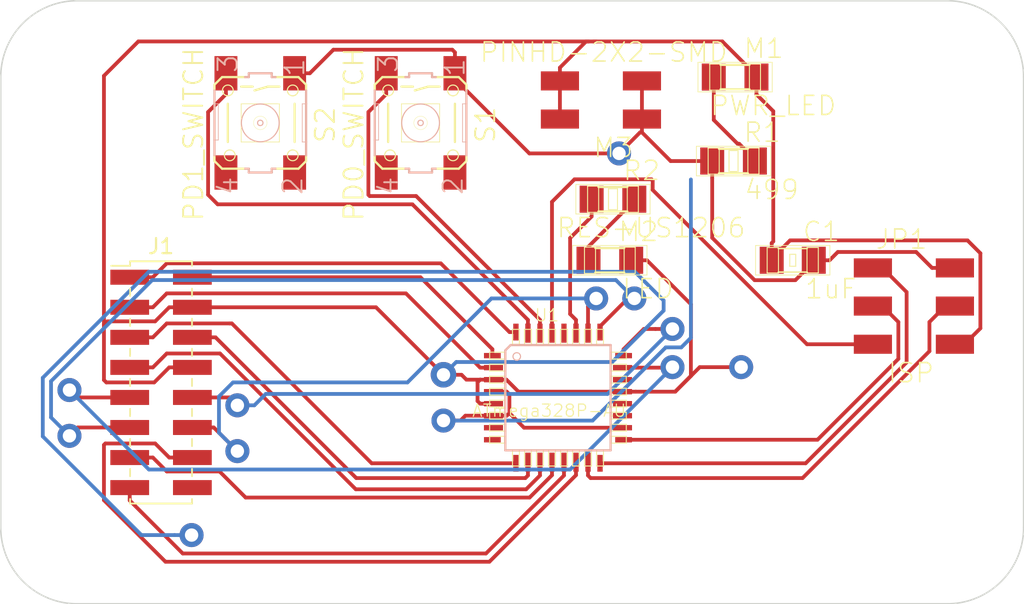
<source format=kicad_pcb>
(kicad_pcb (version 20171130) (host pcbnew "(5.0.0-3-g5ebb6b6)")

  (general
    (thickness 1.6)
    (drawings 21)
    (tracks 265)
    (zones 0)
    (modules 11)
    (nets 35)
  )

  (page A4)
  (layers
    (0 F.Cu signal)
    (31 B.Cu signal)
    (32 B.Adhes user)
    (33 F.Adhes user)
    (34 B.Paste user)
    (35 F.Paste user)
    (36 B.SilkS user)
    (37 F.SilkS user)
    (38 B.Mask user)
    (39 F.Mask user)
    (40 Dwgs.User user)
    (41 Cmts.User user)
    (42 Eco1.User user)
    (43 Eco2.User user)
    (44 Edge.Cuts user)
    (45 Margin user)
    (46 B.CrtYd user)
    (47 F.CrtYd user)
    (48 B.Fab user)
    (49 F.Fab user)
  )

  (setup
    (last_trace_width 0.25)
    (trace_clearance 0.3)
    (zone_clearance 0.508)
    (zone_45_only no)
    (trace_min 0.2)
    (segment_width 0.2)
    (edge_width 0.1)
    (via_size 1.6)
    (via_drill 0.89)
    (via_min_size 0.4)
    (via_min_drill 0.3)
    (uvia_size 0.3)
    (uvia_drill 0.1)
    (uvias_allowed no)
    (uvia_min_size 0.2)
    (uvia_min_drill 0.1)
    (pcb_text_width 0.3)
    (pcb_text_size 1.5 1.5)
    (mod_edge_width 0.15)
    (mod_text_size 1 1)
    (mod_text_width 0.15)
    (pad_size 1.5 1.5)
    (pad_drill 0.6)
    (pad_to_mask_clearance 0)
    (solder_mask_min_width 0.25)
    (aux_axis_origin 0 0)
    (visible_elements FFFFFF7F)
    (pcbplotparams
      (layerselection 0x010fc_ffffffff)
      (usegerberextensions false)
      (usegerberattributes false)
      (usegerberadvancedattributes false)
      (creategerberjobfile false)
      (excludeedgelayer true)
      (linewidth 0.100000)
      (plotframeref false)
      (viasonmask false)
      (mode 1)
      (useauxorigin false)
      (hpglpennumber 1)
      (hpglpenspeed 20)
      (hpglpendiameter 15.000000)
      (psnegative false)
      (psa4output false)
      (plotreference true)
      (plotvalue true)
      (plotinvisibletext false)
      (padsonsilk false)
      (subtractmaskfromsilk false)
      (outputformat 1)
      (mirror false)
      (drillshape 1)
      (scaleselection 1)
      (outputdirectory ""))
  )

  (net 0 "")
  (net 1 GROUND)
  (net 2 VCC)
  (net 3 R1)
  (net 4 G1)
  (net 5 B1)
  (net 6 R2)
  (net 7 G2)
  (net 8 B2)
  (net 9 A)
  (net 10 B)
  (net 11 C)
  (net 12 D)
  (net 13 CLK)
  (net 14 LAT)
  (net 15 OE)
  (net 16 MISO)
  (net 17 SCK)
  (net 18 MOSI)
  (net 19 RESET)
  (net 20 "Net-(M1-Pad1)")
  (net 21 "Net-(M2-Pad1)")
  (net 22 TEST)
  (net 23 "Net-(S1-Pad2)")
  (net 24 PD0)
  (net 25 "Net-(S1-Pad4)")
  (net 26 "Net-(S2-Pad4)")
  (net 27 PD1)
  (net 28 "Net-(S2-Pad2)")
  (net 29 "Net-(U1-Pad7)")
  (net 30 "Net-(U1-Pad8)")
  (net 31 "Net-(U1-Pad19)")
  (net 32 "Net-(U1-Pad20)")
  (net 33 "Net-(U1-Pad22)")
  (net 34 "Net-(U1-Pad28)")

  (net_class Default "This is the default net class."
    (clearance 0.3)
    (trace_width 0.25)
    (via_dia 1.6)
    (via_drill 0.89)
    (uvia_dia 0.3)
    (uvia_drill 0.1)
    (add_net A)
    (add_net B)
    (add_net B1)
    (add_net B2)
    (add_net C)
    (add_net CLK)
    (add_net D)
    (add_net G1)
    (add_net G2)
    (add_net GROUND)
    (add_net LAT)
    (add_net MISO)
    (add_net MOSI)
    (add_net "Net-(M1-Pad1)")
    (add_net "Net-(M2-Pad1)")
    (add_net "Net-(S1-Pad2)")
    (add_net "Net-(S1-Pad4)")
    (add_net "Net-(S2-Pad2)")
    (add_net "Net-(S2-Pad4)")
    (add_net "Net-(U1-Pad19)")
    (add_net "Net-(U1-Pad20)")
    (add_net "Net-(U1-Pad22)")
    (add_net "Net-(U1-Pad28)")
    (add_net "Net-(U1-Pad7)")
    (add_net "Net-(U1-Pad8)")
    (add_net OE)
    (add_net PD0)
    (add_net PD1)
    (add_net R1)
    (add_net R2)
    (add_net RESET)
    (add_net SCK)
    (add_net TEST)
    (add_net VCC)
  )

  (module fab:fab-2X02SMD (layer F.Cu) (tedit 200000) (tstamp 5C2D9255)
    (at 162.052 53.34 180)
    (path /5C1691BE)
    (attr smd)
    (fp_text reference M3 (at -0.635 -3.175 180) (layer F.SilkS)
      (effects (font (size 1.27 1.27) (thickness 0.1016)))
    )
    (fp_text value PINHD-2X2-SMD (at 0 3.175 180) (layer F.SilkS)
      (effects (font (size 1.27 1.27) (thickness 0.1016)))
    )
    (pad 1 smd rect (at -2.54 -1.27 180) (size 2.54 1.27) (layers F.Cu F.Paste F.Mask)
      (net 2 VCC))
    (pad 2 smd rect (at 2.91846 -1.27 180) (size 2.54 1.27) (layers F.Cu F.Paste F.Mask)
      (net 1 GROUND))
    (pad 3 smd rect (at -2.54 1.27 180) (size 2.54 1.27) (layers F.Cu F.Paste F.Mask)
      (net 2 VCC))
    (pad 4 smd rect (at 2.91846 1.27 180) (size 2.54 1.27) (layers F.Cu F.Paste F.Mask)
      (net 1 GROUND))
  )

  (module fab:fab-R1206 (layer F.Cu) (tedit 200000) (tstamp 5C224C16)
    (at 162.66414 59.944)
    (descr RESISTOR)
    (tags RESISTOR)
    (path /5C0D044E)
    (attr smd)
    (fp_text reference R2 (at 1.905 -1.905) (layer F.SilkS)
      (effects (font (size 1.27 1.27) (thickness 0.1016)))
    )
    (fp_text value RES-US1206 (at 2.54 1.905) (layer F.SilkS)
      (effects (font (size 1.27 1.27) (thickness 0.1016)))
    )
    (fp_line (start -2.47142 0.98298) (end -2.47142 -0.98298) (layer F.SilkS) (width 0.0508))
    (fp_line (start 2.47142 0.98298) (end -2.47142 0.98298) (layer F.SilkS) (width 0.0508))
    (fp_line (start 2.47142 -0.98298) (end 2.47142 0.98298) (layer F.SilkS) (width 0.0508))
    (fp_line (start -2.47142 -0.98298) (end 2.47142 -0.98298) (layer F.SilkS) (width 0.0508))
    (fp_line (start 0.9525 -0.8128) (end -0.9652 -0.8128) (layer F.SilkS) (width 0.1524))
    (fp_line (start 0.9525 0.8128) (end -0.9652 0.8128) (layer F.SilkS) (width 0.1524))
    (fp_line (start -0.29972 0.6985) (end -0.29972 -0.6985) (layer F.SilkS) (width 0.06604))
    (fp_line (start -0.29972 -0.6985) (end 0.29972 -0.6985) (layer F.SilkS) (width 0.06604))
    (fp_line (start 0.29972 0.6985) (end 0.29972 -0.6985) (layer F.SilkS) (width 0.06604))
    (fp_line (start -0.29972 0.6985) (end 0.29972 0.6985) (layer F.SilkS) (width 0.06604))
    (fp_line (start 0.9525 0.8763) (end 0.9525 -0.8763) (layer F.SilkS) (width 0.06604))
    (fp_line (start 0.9525 -0.8763) (end 1.6891 -0.8763) (layer F.SilkS) (width 0.06604))
    (fp_line (start 1.6891 0.8763) (end 1.6891 -0.8763) (layer F.SilkS) (width 0.06604))
    (fp_line (start 0.9525 0.8763) (end 1.6891 0.8763) (layer F.SilkS) (width 0.06604))
    (fp_line (start -1.6891 0.8763) (end -1.6891 -0.8763) (layer F.SilkS) (width 0.06604))
    (fp_line (start -1.6891 -0.8763) (end -0.9525 -0.8763) (layer F.SilkS) (width 0.06604))
    (fp_line (start -0.9525 0.8763) (end -0.9525 -0.8763) (layer F.SilkS) (width 0.06604))
    (fp_line (start -1.6891 0.8763) (end -0.9525 0.8763) (layer F.SilkS) (width 0.06604))
    (pad 2 smd rect (at 1.41986 0) (size 1.59766 1.80086) (layers F.Cu F.Paste F.Mask)
      (net 21 "Net-(M2-Pad1)"))
    (pad 1 smd rect (at -1.41986 0) (size 1.59766 1.80086) (layers F.Cu F.Paste F.Mask)
      (net 22 TEST))
  )

  (module fab:fab-LED1206 (layer F.Cu) (tedit 200000) (tstamp 5C2251F0)
    (at 162.45586 64.008)
    (descr "LED 1206 PADS (STANDARD PATTERN)")
    (tags "LED 1206 PADS (STANDARD PATTERN)")
    (path /5C0D0507)
    (attr smd)
    (fp_text reference M2 (at 1.905 -1.905) (layer F.SilkS)
      (effects (font (size 1.27 1.27) (thickness 0.1016)))
    )
    (fp_text value LED (at 2.54 1.905) (layer F.SilkS)
      (effects (font (size 1.27 1.27) (thickness 0.1016)))
    )
    (fp_line (start -2.47142 0.98298) (end -2.47142 -0.98298) (layer F.SilkS) (width 0.0508))
    (fp_line (start 2.47142 0.98298) (end -2.47142 0.98298) (layer F.SilkS) (width 0.0508))
    (fp_line (start 2.47142 -0.98298) (end 2.47142 0.98298) (layer F.SilkS) (width 0.0508))
    (fp_line (start -2.47142 -0.98298) (end 2.47142 -0.98298) (layer F.SilkS) (width 0.0508))
    (fp_line (start 0.9525 -0.8128) (end -0.9652 -0.8128) (layer F.SilkS) (width 0.1524))
    (fp_line (start 0.9525 0.8128) (end -0.9652 0.8128) (layer F.SilkS) (width 0.1524))
    (fp_line (start 0.9525 0.8763) (end 0.9525 -0.8763) (layer F.SilkS) (width 0.06604))
    (fp_line (start 0.9525 -0.8763) (end 1.6891 -0.8763) (layer F.SilkS) (width 0.06604))
    (fp_line (start 1.6891 0.8763) (end 1.6891 -0.8763) (layer F.SilkS) (width 0.06604))
    (fp_line (start 0.9525 0.8763) (end 1.6891 0.8763) (layer F.SilkS) (width 0.06604))
    (fp_line (start -1.6891 0.8763) (end -1.6891 -0.8763) (layer F.SilkS) (width 0.06604))
    (fp_line (start -1.6891 -0.8763) (end -0.9525 -0.8763) (layer F.SilkS) (width 0.06604))
    (fp_line (start -0.9525 0.8763) (end -0.9525 -0.8763) (layer F.SilkS) (width 0.06604))
    (fp_line (start -1.6891 0.8763) (end -0.9525 0.8763) (layer F.SilkS) (width 0.06604))
    (pad 2 smd rect (at 1.41986 0) (size 1.59766 1.80086) (layers F.Cu F.Paste F.Mask)
      (net 1 GROUND))
    (pad 1 smd rect (at -1.41986 0) (size 1.59766 1.80086) (layers F.Cu F.Paste F.Mask)
      (net 21 "Net-(M2-Pad1)"))
  )

  (module fab:fab-C1206 (layer F.Cu) (tedit 200000) (tstamp 5C224B31)
    (at 174.62754 64.008)
    (descr CAPACITOR)
    (tags CAPACITOR)
    (path /5C09DEA3)
    (attr smd)
    (fp_text reference C1 (at 1.905 -1.905) (layer F.SilkS)
      (effects (font (size 1.27 1.27) (thickness 0.1016)))
    )
    (fp_text value 1uF (at 2.54 1.905) (layer F.SilkS)
      (effects (font (size 1.27 1.27) (thickness 0.1016)))
    )
    (fp_line (start -1.7018 0.8509) (end -0.94996 0.8509) (layer F.SilkS) (width 0.06604))
    (fp_line (start -0.94996 0.8509) (end -0.94996 -0.84836) (layer F.SilkS) (width 0.06604))
    (fp_line (start -1.7018 -0.84836) (end -0.94996 -0.84836) (layer F.SilkS) (width 0.06604))
    (fp_line (start -1.7018 0.8509) (end -1.7018 -0.84836) (layer F.SilkS) (width 0.06604))
    (fp_line (start 0.94996 0.84836) (end 1.7018 0.84836) (layer F.SilkS) (width 0.06604))
    (fp_line (start 1.7018 0.84836) (end 1.7018 -0.8509) (layer F.SilkS) (width 0.06604))
    (fp_line (start 0.94996 -0.8509) (end 1.7018 -0.8509) (layer F.SilkS) (width 0.06604))
    (fp_line (start 0.94996 0.84836) (end 0.94996 -0.8509) (layer F.SilkS) (width 0.06604))
    (fp_line (start -0.19812 0.39878) (end 0.19812 0.39878) (layer F.SilkS) (width 0.06604))
    (fp_line (start 0.19812 0.39878) (end 0.19812 -0.39878) (layer F.SilkS) (width 0.06604))
    (fp_line (start -0.19812 -0.39878) (end 0.19812 -0.39878) (layer F.SilkS) (width 0.06604))
    (fp_line (start -0.19812 0.39878) (end -0.19812 -0.39878) (layer F.SilkS) (width 0.06604))
    (fp_line (start -2.47142 -0.98298) (end 2.47142 -0.98298) (layer F.SilkS) (width 0.0508))
    (fp_line (start 2.47142 0.98298) (end -2.47142 0.98298) (layer F.SilkS) (width 0.0508))
    (fp_line (start -2.47142 0.98298) (end -2.47142 -0.98298) (layer F.SilkS) (width 0.0508))
    (fp_line (start 2.47142 -0.98298) (end 2.47142 0.98298) (layer F.SilkS) (width 0.0508))
    (fp_line (start -0.96266 -0.78486) (end 0.96266 -0.78486) (layer F.SilkS) (width 0.1016))
    (fp_line (start -0.96266 0.78486) (end 0.96266 0.78486) (layer F.SilkS) (width 0.1016))
    (pad 1 smd rect (at -1.39954 0) (size 1.59766 1.79832) (layers F.Cu F.Paste F.Mask)
      (net 1 GROUND))
    (pad 2 smd rect (at 1.39954 0) (size 1.59766 1.79832) (layers F.Cu F.Paste F.Mask)
      (net 2 VCC))
  )

  (module Connector_PinHeader_2.00mm:PinHeader_2x08_P2.00mm_Vertical_SMD (layer F.Cu) (tedit 59FED667) (tstamp 5C224B94)
    (at 132.588 72.136)
    (descr "surface-mounted straight pin header, 2x08, 2.00mm pitch, double rows")
    (tags "Surface mounted pin header SMD 2x08 2.00mm double row")
    (path /5C0CFB08)
    (attr smd)
    (fp_text reference J1 (at 0 -9.06) (layer F.SilkS)
      (effects (font (size 1 1) (thickness 0.15)))
    )
    (fp_text value MATRIX_CONNECTOR (at 0 9.06) (layer F.Fab)
      (effects (font (size 1 1) (thickness 0.15)))
    )
    (fp_line (start 2 8) (end -2 8) (layer F.Fab) (width 0.1))
    (fp_line (start -1.25 -8) (end 2 -8) (layer F.Fab) (width 0.1))
    (fp_line (start -2 8) (end -2 -7.25) (layer F.Fab) (width 0.1))
    (fp_line (start -2 -7.25) (end -1.25 -8) (layer F.Fab) (width 0.1))
    (fp_line (start 2 -8) (end 2 8) (layer F.Fab) (width 0.1))
    (fp_line (start -2 -7.25) (end -2.875 -7.25) (layer F.Fab) (width 0.1))
    (fp_line (start -2.875 -7.25) (end -2.875 -6.75) (layer F.Fab) (width 0.1))
    (fp_line (start -2.875 -6.75) (end -2 -6.75) (layer F.Fab) (width 0.1))
    (fp_line (start 2 -7.25) (end 2.875 -7.25) (layer F.Fab) (width 0.1))
    (fp_line (start 2.875 -7.25) (end 2.875 -6.75) (layer F.Fab) (width 0.1))
    (fp_line (start 2.875 -6.75) (end 2 -6.75) (layer F.Fab) (width 0.1))
    (fp_line (start -2 -5.25) (end -2.875 -5.25) (layer F.Fab) (width 0.1))
    (fp_line (start -2.875 -5.25) (end -2.875 -4.75) (layer F.Fab) (width 0.1))
    (fp_line (start -2.875 -4.75) (end -2 -4.75) (layer F.Fab) (width 0.1))
    (fp_line (start 2 -5.25) (end 2.875 -5.25) (layer F.Fab) (width 0.1))
    (fp_line (start 2.875 -5.25) (end 2.875 -4.75) (layer F.Fab) (width 0.1))
    (fp_line (start 2.875 -4.75) (end 2 -4.75) (layer F.Fab) (width 0.1))
    (fp_line (start -2 -3.25) (end -2.875 -3.25) (layer F.Fab) (width 0.1))
    (fp_line (start -2.875 -3.25) (end -2.875 -2.75) (layer F.Fab) (width 0.1))
    (fp_line (start -2.875 -2.75) (end -2 -2.75) (layer F.Fab) (width 0.1))
    (fp_line (start 2 -3.25) (end 2.875 -3.25) (layer F.Fab) (width 0.1))
    (fp_line (start 2.875 -3.25) (end 2.875 -2.75) (layer F.Fab) (width 0.1))
    (fp_line (start 2.875 -2.75) (end 2 -2.75) (layer F.Fab) (width 0.1))
    (fp_line (start -2 -1.25) (end -2.875 -1.25) (layer F.Fab) (width 0.1))
    (fp_line (start -2.875 -1.25) (end -2.875 -0.75) (layer F.Fab) (width 0.1))
    (fp_line (start -2.875 -0.75) (end -2 -0.75) (layer F.Fab) (width 0.1))
    (fp_line (start 2 -1.25) (end 2.875 -1.25) (layer F.Fab) (width 0.1))
    (fp_line (start 2.875 -1.25) (end 2.875 -0.75) (layer F.Fab) (width 0.1))
    (fp_line (start 2.875 -0.75) (end 2 -0.75) (layer F.Fab) (width 0.1))
    (fp_line (start -2 0.75) (end -2.875 0.75) (layer F.Fab) (width 0.1))
    (fp_line (start -2.875 0.75) (end -2.875 1.25) (layer F.Fab) (width 0.1))
    (fp_line (start -2.875 1.25) (end -2 1.25) (layer F.Fab) (width 0.1))
    (fp_line (start 2 0.75) (end 2.875 0.75) (layer F.Fab) (width 0.1))
    (fp_line (start 2.875 0.75) (end 2.875 1.25) (layer F.Fab) (width 0.1))
    (fp_line (start 2.875 1.25) (end 2 1.25) (layer F.Fab) (width 0.1))
    (fp_line (start -2 2.75) (end -2.875 2.75) (layer F.Fab) (width 0.1))
    (fp_line (start -2.875 2.75) (end -2.875 3.25) (layer F.Fab) (width 0.1))
    (fp_line (start -2.875 3.25) (end -2 3.25) (layer F.Fab) (width 0.1))
    (fp_line (start 2 2.75) (end 2.875 2.75) (layer F.Fab) (width 0.1))
    (fp_line (start 2.875 2.75) (end 2.875 3.25) (layer F.Fab) (width 0.1))
    (fp_line (start 2.875 3.25) (end 2 3.25) (layer F.Fab) (width 0.1))
    (fp_line (start -2 4.75) (end -2.875 4.75) (layer F.Fab) (width 0.1))
    (fp_line (start -2.875 4.75) (end -2.875 5.25) (layer F.Fab) (width 0.1))
    (fp_line (start -2.875 5.25) (end -2 5.25) (layer F.Fab) (width 0.1))
    (fp_line (start 2 4.75) (end 2.875 4.75) (layer F.Fab) (width 0.1))
    (fp_line (start 2.875 4.75) (end 2.875 5.25) (layer F.Fab) (width 0.1))
    (fp_line (start 2.875 5.25) (end 2 5.25) (layer F.Fab) (width 0.1))
    (fp_line (start -2 6.75) (end -2.875 6.75) (layer F.Fab) (width 0.1))
    (fp_line (start -2.875 6.75) (end -2.875 7.25) (layer F.Fab) (width 0.1))
    (fp_line (start -2.875 7.25) (end -2 7.25) (layer F.Fab) (width 0.1))
    (fp_line (start 2 6.75) (end 2.875 6.75) (layer F.Fab) (width 0.1))
    (fp_line (start 2.875 6.75) (end 2.875 7.25) (layer F.Fab) (width 0.1))
    (fp_line (start 2.875 7.25) (end 2 7.25) (layer F.Fab) (width 0.1))
    (fp_line (start -2.06 -8.06) (end 2.06 -8.06) (layer F.SilkS) (width 0.12))
    (fp_line (start -2.06 8.06) (end 2.06 8.06) (layer F.SilkS) (width 0.12))
    (fp_line (start -3.315 -7.76) (end -2.06 -7.76) (layer F.SilkS) (width 0.12))
    (fp_line (start -2.06 -8.06) (end -2.06 -7.76) (layer F.SilkS) (width 0.12))
    (fp_line (start 2.06 -8.06) (end 2.06 -7.76) (layer F.SilkS) (width 0.12))
    (fp_line (start -2.06 7.76) (end -2.06 8.06) (layer F.SilkS) (width 0.12))
    (fp_line (start 2.06 7.76) (end 2.06 8.06) (layer F.SilkS) (width 0.12))
    (fp_line (start -2.06 -6.24) (end -2.06 -5.76) (layer F.SilkS) (width 0.12))
    (fp_line (start 2.06 -6.24) (end 2.06 -5.76) (layer F.SilkS) (width 0.12))
    (fp_line (start -2.06 -4.24) (end -2.06 -3.76) (layer F.SilkS) (width 0.12))
    (fp_line (start 2.06 -4.24) (end 2.06 -3.76) (layer F.SilkS) (width 0.12))
    (fp_line (start -2.06 -2.24) (end -2.06 -1.76) (layer F.SilkS) (width 0.12))
    (fp_line (start 2.06 -2.24) (end 2.06 -1.76) (layer F.SilkS) (width 0.12))
    (fp_line (start -2.06 -0.24) (end -2.06 0.24) (layer F.SilkS) (width 0.12))
    (fp_line (start 2.06 -0.24) (end 2.06 0.24) (layer F.SilkS) (width 0.12))
    (fp_line (start -2.06 1.76) (end -2.06 2.24) (layer F.SilkS) (width 0.12))
    (fp_line (start 2.06 1.76) (end 2.06 2.24) (layer F.SilkS) (width 0.12))
    (fp_line (start -2.06 3.76) (end -2.06 4.24) (layer F.SilkS) (width 0.12))
    (fp_line (start 2.06 3.76) (end 2.06 4.24) (layer F.SilkS) (width 0.12))
    (fp_line (start -2.06 5.76) (end -2.06 6.24) (layer F.SilkS) (width 0.12))
    (fp_line (start 2.06 5.76) (end 2.06 6.24) (layer F.SilkS) (width 0.12))
    (fp_line (start -4.9 -8.5) (end -4.9 8.5) (layer F.CrtYd) (width 0.05))
    (fp_line (start -4.9 8.5) (end 4.9 8.5) (layer F.CrtYd) (width 0.05))
    (fp_line (start 4.9 8.5) (end 4.9 -8.5) (layer F.CrtYd) (width 0.05))
    (fp_line (start 4.9 -8.5) (end -4.9 -8.5) (layer F.CrtYd) (width 0.05))
    (fp_text user %R (at 0 0 90) (layer F.Fab)
      (effects (font (size 1 1) (thickness 0.15)))
    )
    (pad 1 smd rect (at -2.085 -7) (size 2.58 1) (layers F.Cu F.Paste F.Mask)
      (net 3 R1))
    (pad 2 smd rect (at 2.085 -7) (size 2.58 1) (layers F.Cu F.Paste F.Mask)
      (net 4 G1))
    (pad 3 smd rect (at -2.085 -5) (size 2.58 1) (layers F.Cu F.Paste F.Mask)
      (net 5 B1))
    (pad 4 smd rect (at 2.085 -5) (size 2.58 1) (layers F.Cu F.Paste F.Mask)
      (net 1 GROUND))
    (pad 5 smd rect (at -2.085 -3) (size 2.58 1) (layers F.Cu F.Paste F.Mask)
      (net 6 R2))
    (pad 6 smd rect (at 2.085 -3) (size 2.58 1) (layers F.Cu F.Paste F.Mask)
      (net 7 G2))
    (pad 7 smd rect (at -2.085 -1) (size 2.58 1) (layers F.Cu F.Paste F.Mask)
      (net 8 B2))
    (pad 8 smd rect (at 2.085 -1) (size 2.58 1) (layers F.Cu F.Paste F.Mask)
      (net 1 GROUND))
    (pad 9 smd rect (at -2.085 1) (size 2.58 1) (layers F.Cu F.Paste F.Mask)
      (net 9 A))
    (pad 10 smd rect (at 2.085 1) (size 2.58 1) (layers F.Cu F.Paste F.Mask)
      (net 10 B))
    (pad 11 smd rect (at -2.085 3) (size 2.58 1) (layers F.Cu F.Paste F.Mask)
      (net 11 C))
    (pad 12 smd rect (at 2.085 3) (size 2.58 1) (layers F.Cu F.Paste F.Mask)
      (net 12 D))
    (pad 13 smd rect (at -2.085 5) (size 2.58 1) (layers F.Cu F.Paste F.Mask)
      (net 13 CLK))
    (pad 14 smd rect (at 2.085 5) (size 2.58 1) (layers F.Cu F.Paste F.Mask)
      (net 14 LAT))
    (pad 15 smd rect (at -2.085 7) (size 2.58 1) (layers F.Cu F.Paste F.Mask)
      (net 15 OE))
    (pad 16 smd rect (at 2.085 7) (size 2.58 1) (layers F.Cu F.Paste F.Mask)
      (net 1 GROUND))
    (model ${KISYS3DMOD}/Connector_PinHeader_2.00mm.3dshapes/PinHeader_2x08_P2.00mm_Vertical_SMD.wrl
      (at (xyz 0 0 0))
      (scale (xyz 1 1 1))
      (rotate (xyz 0 0 0))
    )
  )

  (module fab:fab-2X03SMD (layer F.Cu) (tedit 200000) (tstamp 5C224B9E)
    (at 182.50154 67.056)
    (path /5C09F66F)
    (attr smd)
    (fp_text reference JP1 (at -0.635 -4.445) (layer F.SilkS)
      (effects (font (size 1.27 1.27) (thickness 0.1016)))
    )
    (fp_text value ISP (at 0 4.445) (layer F.SilkS)
      (effects (font (size 1.27 1.27) (thickness 0.1016)))
    )
    (pad 1 smd rect (at -2.54 -2.54) (size 2.54 1.27) (layers F.Cu F.Paste F.Mask)
      (net 16 MISO))
    (pad 2 smd rect (at 2.91846 -2.54) (size 2.54 1.27) (layers F.Cu F.Paste F.Mask)
      (net 2 VCC))
    (pad 3 smd rect (at -2.54 0) (size 2.54 1.27) (layers F.Cu F.Paste F.Mask)
      (net 17 SCK))
    (pad 4 smd rect (at 2.91846 0) (size 2.54 1.27) (layers F.Cu F.Paste F.Mask)
      (net 18 MOSI))
    (pad 5 smd rect (at -2.54 2.54) (size 2.54 1.27) (layers F.Cu F.Paste F.Mask)
      (net 19 RESET))
    (pad 6 smd rect (at 2.91846 2.54) (size 2.54 1.27) (layers F.Cu F.Paste F.Mask)
      (net 1 GROUND))
  )

  (module fab:fab-R1206 (layer F.Cu) (tedit 200000) (tstamp 5C224BFE)
    (at 170.688 57.404)
    (descr RESISTOR)
    (tags RESISTOR)
    (path /5C09DD4C)
    (attr smd)
    (fp_text reference R1 (at 1.905 -1.905) (layer F.SilkS)
      (effects (font (size 1.27 1.27) (thickness 0.1016)))
    )
    (fp_text value 499 (at 2.54 1.905) (layer F.SilkS)
      (effects (font (size 1.27 1.27) (thickness 0.1016)))
    )
    (fp_line (start -1.6891 0.8763) (end -0.9525 0.8763) (layer F.SilkS) (width 0.06604))
    (fp_line (start -0.9525 0.8763) (end -0.9525 -0.8763) (layer F.SilkS) (width 0.06604))
    (fp_line (start -1.6891 -0.8763) (end -0.9525 -0.8763) (layer F.SilkS) (width 0.06604))
    (fp_line (start -1.6891 0.8763) (end -1.6891 -0.8763) (layer F.SilkS) (width 0.06604))
    (fp_line (start 0.9525 0.8763) (end 1.6891 0.8763) (layer F.SilkS) (width 0.06604))
    (fp_line (start 1.6891 0.8763) (end 1.6891 -0.8763) (layer F.SilkS) (width 0.06604))
    (fp_line (start 0.9525 -0.8763) (end 1.6891 -0.8763) (layer F.SilkS) (width 0.06604))
    (fp_line (start 0.9525 0.8763) (end 0.9525 -0.8763) (layer F.SilkS) (width 0.06604))
    (fp_line (start -0.29972 0.6985) (end 0.29972 0.6985) (layer F.SilkS) (width 0.06604))
    (fp_line (start 0.29972 0.6985) (end 0.29972 -0.6985) (layer F.SilkS) (width 0.06604))
    (fp_line (start -0.29972 -0.6985) (end 0.29972 -0.6985) (layer F.SilkS) (width 0.06604))
    (fp_line (start -0.29972 0.6985) (end -0.29972 -0.6985) (layer F.SilkS) (width 0.06604))
    (fp_line (start 0.9525 0.8128) (end -0.9652 0.8128) (layer F.SilkS) (width 0.1524))
    (fp_line (start 0.9525 -0.8128) (end -0.9652 -0.8128) (layer F.SilkS) (width 0.1524))
    (fp_line (start -2.47142 -0.98298) (end 2.47142 -0.98298) (layer F.SilkS) (width 0.0508))
    (fp_line (start 2.47142 -0.98298) (end 2.47142 0.98298) (layer F.SilkS) (width 0.0508))
    (fp_line (start 2.47142 0.98298) (end -2.47142 0.98298) (layer F.SilkS) (width 0.0508))
    (fp_line (start -2.47142 0.98298) (end -2.47142 -0.98298) (layer F.SilkS) (width 0.0508))
    (pad 1 smd rect (at -1.41986 0) (size 1.59766 1.80086) (layers F.Cu F.Paste F.Mask)
      (net 2 VCC))
    (pad 2 smd rect (at 1.41986 0) (size 1.59766 1.80086) (layers F.Cu F.Paste F.Mask)
      (net 20 "Net-(M1-Pad1)"))
  )

  (module fab:fab-6MM_SWITCH (layer F.Cu) (tedit 200000) (tstamp 5C224C54)
    (at 149.86 54.864 270)
    (descr "OMRON SWITCH")
    (tags "OMRON SWITCH")
    (path /5C15CBC9)
    (attr smd)
    (fp_text reference S1 (at 0.127 -4.318 270) (layer F.SilkS)
      (effects (font (size 1.27 1.27) (thickness 0.127)))
    )
    (fp_text value PD0_SWITCH (at 0.762 4.445 270) (layer F.SilkS)
      (effects (font (size 1.27 1.27) (thickness 0.127)))
    )
    (fp_line (start 3.302 0.762) (end 3.048 0.762) (layer B.SilkS) (width 0.1524))
    (fp_line (start 3.302 0.762) (end 3.302 -0.762) (layer B.SilkS) (width 0.1524))
    (fp_line (start 3.048 -0.762) (end 3.302 -0.762) (layer B.SilkS) (width 0.1524))
    (fp_line (start 3.048 -1.016) (end 3.048 -2.54) (layer F.SilkS) (width 0.1524))
    (fp_line (start -3.302 -0.762) (end -3.048 -0.762) (layer B.SilkS) (width 0.1524))
    (fp_line (start -3.302 -0.762) (end -3.302 0.762) (layer B.SilkS) (width 0.1524))
    (fp_line (start -3.048 0.762) (end -3.302 0.762) (layer B.SilkS) (width 0.1524))
    (fp_line (start 3.048 -2.54) (end 2.54 -3.048) (layer F.SilkS) (width 0.1524))
    (fp_line (start 2.54 3.048) (end 3.048 2.54) (layer F.SilkS) (width 0.1524))
    (fp_line (start 3.048 2.54) (end 3.048 1.016) (layer F.SilkS) (width 0.1524))
    (fp_line (start -2.54 -3.048) (end -3.048 -2.54) (layer F.SilkS) (width 0.1524))
    (fp_line (start -3.048 -2.54) (end -3.048 -1.016) (layer F.SilkS) (width 0.1524))
    (fp_line (start -2.54 3.048) (end -3.048 2.54) (layer F.SilkS) (width 0.1524))
    (fp_line (start -3.048 2.54) (end -3.048 1.016) (layer F.SilkS) (width 0.1524))
    (fp_line (start -1.27 -1.27) (end -1.27 1.27) (layer F.SilkS) (width 0.0508))
    (fp_line (start 1.27 1.27) (end -1.27 1.27) (layer F.SilkS) (width 0.0508))
    (fp_line (start 1.27 1.27) (end 1.27 -1.27) (layer F.SilkS) (width 0.0508))
    (fp_line (start -1.27 -1.27) (end 1.27 -1.27) (layer F.SilkS) (width 0.0508))
    (fp_line (start -1.27 -3.048) (end -1.27 -2.794) (layer B.SilkS) (width 0.0508))
    (fp_line (start 1.27 -2.794) (end -1.27 -2.794) (layer B.SilkS) (width 0.0508))
    (fp_line (start 1.27 -2.794) (end 1.27 -3.048) (layer B.SilkS) (width 0.0508))
    (fp_line (start 1.143 2.794) (end -1.27 2.794) (layer B.SilkS) (width 0.0508))
    (fp_line (start 1.143 2.794) (end 1.143 3.048) (layer B.SilkS) (width 0.0508))
    (fp_line (start -1.27 2.794) (end -1.27 3.048) (layer B.SilkS) (width 0.0508))
    (fp_line (start 2.54 3.048) (end 2.159 3.048) (layer F.SilkS) (width 0.1524))
    (fp_line (start -2.54 3.048) (end -2.159 3.048) (layer F.SilkS) (width 0.1524))
    (fp_line (start -2.159 3.048) (end -1.27 3.048) (layer B.SilkS) (width 0.1524))
    (fp_line (start -2.54 -3.048) (end -2.159 -3.048) (layer F.SilkS) (width 0.1524))
    (fp_line (start 2.54 -3.048) (end 2.159 -3.048) (layer F.SilkS) (width 0.1524))
    (fp_line (start 2.159 -3.048) (end 1.27 -3.048) (layer B.SilkS) (width 0.1524))
    (fp_line (start 1.27 -3.048) (end -1.27 -3.048) (layer B.SilkS) (width 0.1524))
    (fp_line (start -1.27 -3.048) (end -2.159 -3.048) (layer B.SilkS) (width 0.1524))
    (fp_line (start -1.27 3.048) (end 1.143 3.048) (layer B.SilkS) (width 0.1524))
    (fp_line (start 1.143 3.048) (end 2.159 3.048) (layer B.SilkS) (width 0.1524))
    (fp_line (start 3.048 0.762) (end 3.048 1.016) (layer B.SilkS) (width 0.1524))
    (fp_line (start 3.048 -0.762) (end 3.048 -1.016) (layer B.SilkS) (width 0.1524))
    (fp_line (start -3.048 0.762) (end -3.048 1.016) (layer B.SilkS) (width 0.1524))
    (fp_line (start -3.048 -0.762) (end -3.048 -1.016) (layer B.SilkS) (width 0.1524))
    (fp_line (start -1.27 2.159) (end 1.27 2.159) (layer F.SilkS) (width 0.1524))
    (fp_line (start 1.27 -2.286) (end -1.27 -2.286) (layer F.SilkS) (width 0.1524))
    (fp_line (start -2.413 -1.27) (end -2.413 -0.508) (layer F.SilkS) (width 0.1524))
    (fp_line (start -2.413 0.508) (end -2.413 1.27) (layer F.SilkS) (width 0.1524))
    (fp_line (start -2.413 -0.508) (end -2.159 0.381) (layer F.SilkS) (width 0.1524))
    (fp_circle (center 0 0) (end -0.889 0.889) (layer B.SilkS) (width 0.0762))
    (fp_circle (center -2.159 2.159) (end -2.413 2.413) (layer F.SilkS) (width 0.0762))
    (fp_circle (center 2.159 2.032) (end 2.413 2.286) (layer F.SilkS) (width 0.0762))
    (fp_circle (center 2.159 -2.159) (end 2.413 -2.413) (layer F.SilkS) (width 0.0762))
    (fp_circle (center -2.159 -2.159) (end -2.413 -2.413) (layer F.SilkS) (width 0.0762))
    (fp_circle (center 0 0) (end -0.3175 0.3175) (layer F.SilkS) (width 0.0254))
    (fp_circle (center 0 0) (end -0.127 0.127) (layer B.SilkS) (width 0.0762))
    (fp_text user 1 (at -3.683 -2.286 270) (layer B.SilkS)
      (effects (font (size 1.27 1.27) (thickness 0.127)))
    )
    (fp_text user 2 (at 4.191 -2.159 270) (layer B.SilkS)
      (effects (font (size 1.27 1.27) (thickness 0.127)))
    )
    (fp_text user 3 (at -3.937 2.159 270) (layer B.SilkS)
      (effects (font (size 1.27 1.27) (thickness 0.127)))
    )
    (fp_text user 4 (at 4.191 2.159 270) (layer B.SilkS)
      (effects (font (size 1.27 1.27) (thickness 0.127)))
    )
    (pad 1 smd rect (at -3.302 -2.286 270) (size 2.286 1.524) (layers F.Cu F.Paste F.Mask)
      (net 2 VCC))
    (pad 2 smd rect (at 3.302 -2.286 270) (size 2.286 1.524) (layers F.Cu F.Paste F.Mask)
      (net 23 "Net-(S1-Pad2)"))
    (pad 3 smd rect (at -3.302 2.286 270) (size 2.286 1.524) (layers F.Cu F.Paste F.Mask)
      (net 24 PD0))
    (pad 4 smd rect (at 3.302 2.286 270) (size 2.286 1.524) (layers F.Cu F.Paste F.Mask)
      (net 25 "Net-(S1-Pad4)"))
  )

  (module fab:fab-6MM_SWITCH (layer F.Cu) (tedit 200000) (tstamp 5C224C92)
    (at 139.192 54.864 270)
    (descr "OMRON SWITCH")
    (tags "OMRON SWITCH")
    (path /5C15CC59)
    (attr smd)
    (fp_text reference S2 (at 0.127 -4.318 270) (layer F.SilkS)
      (effects (font (size 1.27 1.27) (thickness 0.127)))
    )
    (fp_text value PD1_SWITCH (at 0.762 4.445 270) (layer F.SilkS)
      (effects (font (size 1.27 1.27) (thickness 0.127)))
    )
    (fp_text user 4 (at 4.191 2.159 270) (layer B.SilkS)
      (effects (font (size 1.27 1.27) (thickness 0.127)))
    )
    (fp_text user 3 (at -3.937 2.159 270) (layer B.SilkS)
      (effects (font (size 1.27 1.27) (thickness 0.127)))
    )
    (fp_text user 2 (at 4.191 -2.159 270) (layer B.SilkS)
      (effects (font (size 1.27 1.27) (thickness 0.127)))
    )
    (fp_text user 1 (at -3.683 -2.286 270) (layer B.SilkS)
      (effects (font (size 1.27 1.27) (thickness 0.127)))
    )
    (fp_circle (center 0 0) (end -0.127 0.127) (layer B.SilkS) (width 0.0762))
    (fp_circle (center 0 0) (end -0.3175 0.3175) (layer F.SilkS) (width 0.0254))
    (fp_circle (center -2.159 -2.159) (end -2.413 -2.413) (layer F.SilkS) (width 0.0762))
    (fp_circle (center 2.159 -2.159) (end 2.413 -2.413) (layer F.SilkS) (width 0.0762))
    (fp_circle (center 2.159 2.032) (end 2.413 2.286) (layer F.SilkS) (width 0.0762))
    (fp_circle (center -2.159 2.159) (end -2.413 2.413) (layer F.SilkS) (width 0.0762))
    (fp_circle (center 0 0) (end -0.889 0.889) (layer B.SilkS) (width 0.0762))
    (fp_line (start -2.413 -0.508) (end -2.159 0.381) (layer F.SilkS) (width 0.1524))
    (fp_line (start -2.413 0.508) (end -2.413 1.27) (layer F.SilkS) (width 0.1524))
    (fp_line (start -2.413 -1.27) (end -2.413 -0.508) (layer F.SilkS) (width 0.1524))
    (fp_line (start 1.27 -2.286) (end -1.27 -2.286) (layer F.SilkS) (width 0.1524))
    (fp_line (start -1.27 2.159) (end 1.27 2.159) (layer F.SilkS) (width 0.1524))
    (fp_line (start -3.048 -0.762) (end -3.048 -1.016) (layer B.SilkS) (width 0.1524))
    (fp_line (start -3.048 0.762) (end -3.048 1.016) (layer B.SilkS) (width 0.1524))
    (fp_line (start 3.048 -0.762) (end 3.048 -1.016) (layer B.SilkS) (width 0.1524))
    (fp_line (start 3.048 0.762) (end 3.048 1.016) (layer B.SilkS) (width 0.1524))
    (fp_line (start 1.143 3.048) (end 2.159 3.048) (layer B.SilkS) (width 0.1524))
    (fp_line (start -1.27 3.048) (end 1.143 3.048) (layer B.SilkS) (width 0.1524))
    (fp_line (start -1.27 -3.048) (end -2.159 -3.048) (layer B.SilkS) (width 0.1524))
    (fp_line (start 1.27 -3.048) (end -1.27 -3.048) (layer B.SilkS) (width 0.1524))
    (fp_line (start 2.159 -3.048) (end 1.27 -3.048) (layer B.SilkS) (width 0.1524))
    (fp_line (start 2.54 -3.048) (end 2.159 -3.048) (layer F.SilkS) (width 0.1524))
    (fp_line (start -2.54 -3.048) (end -2.159 -3.048) (layer F.SilkS) (width 0.1524))
    (fp_line (start -2.159 3.048) (end -1.27 3.048) (layer B.SilkS) (width 0.1524))
    (fp_line (start -2.54 3.048) (end -2.159 3.048) (layer F.SilkS) (width 0.1524))
    (fp_line (start 2.54 3.048) (end 2.159 3.048) (layer F.SilkS) (width 0.1524))
    (fp_line (start -1.27 2.794) (end -1.27 3.048) (layer B.SilkS) (width 0.0508))
    (fp_line (start 1.143 2.794) (end 1.143 3.048) (layer B.SilkS) (width 0.0508))
    (fp_line (start 1.143 2.794) (end -1.27 2.794) (layer B.SilkS) (width 0.0508))
    (fp_line (start 1.27 -2.794) (end 1.27 -3.048) (layer B.SilkS) (width 0.0508))
    (fp_line (start 1.27 -2.794) (end -1.27 -2.794) (layer B.SilkS) (width 0.0508))
    (fp_line (start -1.27 -3.048) (end -1.27 -2.794) (layer B.SilkS) (width 0.0508))
    (fp_line (start -1.27 -1.27) (end 1.27 -1.27) (layer F.SilkS) (width 0.0508))
    (fp_line (start 1.27 1.27) (end 1.27 -1.27) (layer F.SilkS) (width 0.0508))
    (fp_line (start 1.27 1.27) (end -1.27 1.27) (layer F.SilkS) (width 0.0508))
    (fp_line (start -1.27 -1.27) (end -1.27 1.27) (layer F.SilkS) (width 0.0508))
    (fp_line (start -3.048 2.54) (end -3.048 1.016) (layer F.SilkS) (width 0.1524))
    (fp_line (start -2.54 3.048) (end -3.048 2.54) (layer F.SilkS) (width 0.1524))
    (fp_line (start -3.048 -2.54) (end -3.048 -1.016) (layer F.SilkS) (width 0.1524))
    (fp_line (start -2.54 -3.048) (end -3.048 -2.54) (layer F.SilkS) (width 0.1524))
    (fp_line (start 3.048 2.54) (end 3.048 1.016) (layer F.SilkS) (width 0.1524))
    (fp_line (start 2.54 3.048) (end 3.048 2.54) (layer F.SilkS) (width 0.1524))
    (fp_line (start 3.048 -2.54) (end 2.54 -3.048) (layer F.SilkS) (width 0.1524))
    (fp_line (start -3.048 0.762) (end -3.302 0.762) (layer B.SilkS) (width 0.1524))
    (fp_line (start -3.302 -0.762) (end -3.302 0.762) (layer B.SilkS) (width 0.1524))
    (fp_line (start -3.302 -0.762) (end -3.048 -0.762) (layer B.SilkS) (width 0.1524))
    (fp_line (start 3.048 -1.016) (end 3.048 -2.54) (layer F.SilkS) (width 0.1524))
    (fp_line (start 3.048 -0.762) (end 3.302 -0.762) (layer B.SilkS) (width 0.1524))
    (fp_line (start 3.302 0.762) (end 3.302 -0.762) (layer B.SilkS) (width 0.1524))
    (fp_line (start 3.302 0.762) (end 3.048 0.762) (layer B.SilkS) (width 0.1524))
    (pad 4 smd rect (at 3.302 2.286 270) (size 2.286 1.524) (layers F.Cu F.Paste F.Mask)
      (net 26 "Net-(S2-Pad4)"))
    (pad 3 smd rect (at -3.302 2.286 270) (size 2.286 1.524) (layers F.Cu F.Paste F.Mask)
      (net 27 PD1))
    (pad 2 smd rect (at 3.302 -2.286 270) (size 2.286 1.524) (layers F.Cu F.Paste F.Mask)
      (net 28 "Net-(S2-Pad2)"))
    (pad 1 smd rect (at -3.302 -2.286 270) (size 2.286 1.524) (layers F.Cu F.Paste F.Mask)
      (net 2 VCC))
  )

  (module fab:fab-TQFP32-08THIN (layer F.Cu) (tedit 200000) (tstamp 5C224D3C)
    (at 159.004 73.152)
    (path /5C09DA73)
    (attr smd)
    (fp_text reference U1 (at -0.7366 -5.4864) (layer F.SilkS)
      (effects (font (size 0.8128 0.8128) (thickness 0.0762)))
    )
    (fp_text value ATmega328P-AU (at -0.5842 0.8636 180) (layer F.SilkS)
      (effects (font (size 0.8128 0.8128) (thickness 0.0762)))
    )
    (fp_line (start -4.5466 -2.57048) (end -3.556 -2.57048) (layer F.SilkS) (width 0.06604))
    (fp_line (start -3.556 -2.57048) (end -3.556 -3.02768) (layer F.SilkS) (width 0.06604))
    (fp_line (start -4.5466 -3.02768) (end -3.556 -3.02768) (layer F.SilkS) (width 0.06604))
    (fp_line (start -4.5466 -2.57048) (end -4.5466 -3.02768) (layer F.SilkS) (width 0.06604))
    (fp_line (start -4.5466 -1.77038) (end -3.556 -1.77038) (layer F.SilkS) (width 0.06604))
    (fp_line (start -3.556 -1.77038) (end -3.556 -2.22758) (layer F.SilkS) (width 0.06604))
    (fp_line (start -4.5466 -2.22758) (end -3.556 -2.22758) (layer F.SilkS) (width 0.06604))
    (fp_line (start -4.5466 -1.77038) (end -4.5466 -2.22758) (layer F.SilkS) (width 0.06604))
    (fp_line (start -4.5466 -0.97028) (end -3.556 -0.97028) (layer F.SilkS) (width 0.06604))
    (fp_line (start -3.556 -0.97028) (end -3.556 -1.42748) (layer F.SilkS) (width 0.06604))
    (fp_line (start -4.5466 -1.42748) (end -3.556 -1.42748) (layer F.SilkS) (width 0.06604))
    (fp_line (start -4.5466 -0.97028) (end -4.5466 -1.42748) (layer F.SilkS) (width 0.06604))
    (fp_line (start -4.5466 -0.17018) (end -3.556 -0.17018) (layer F.SilkS) (width 0.06604))
    (fp_line (start -3.556 -0.17018) (end -3.556 -0.62738) (layer F.SilkS) (width 0.06604))
    (fp_line (start -4.5466 -0.62738) (end -3.556 -0.62738) (layer F.SilkS) (width 0.06604))
    (fp_line (start -4.5466 -0.17018) (end -4.5466 -0.62738) (layer F.SilkS) (width 0.06604))
    (fp_line (start -4.5466 0.62738) (end -3.556 0.62738) (layer F.SilkS) (width 0.06604))
    (fp_line (start -3.556 0.62738) (end -3.556 0.17018) (layer F.SilkS) (width 0.06604))
    (fp_line (start -4.5466 0.17018) (end -3.556 0.17018) (layer F.SilkS) (width 0.06604))
    (fp_line (start -4.5466 0.62738) (end -4.5466 0.17018) (layer F.SilkS) (width 0.06604))
    (fp_line (start -4.5466 1.42748) (end -3.556 1.42748) (layer F.SilkS) (width 0.06604))
    (fp_line (start -3.556 1.42748) (end -3.556 0.97028) (layer F.SilkS) (width 0.06604))
    (fp_line (start -4.5466 0.97028) (end -3.556 0.97028) (layer F.SilkS) (width 0.06604))
    (fp_line (start -4.5466 1.42748) (end -4.5466 0.97028) (layer F.SilkS) (width 0.06604))
    (fp_line (start -4.5466 2.22758) (end -3.556 2.22758) (layer F.SilkS) (width 0.06604))
    (fp_line (start -3.556 2.22758) (end -3.556 1.77038) (layer F.SilkS) (width 0.06604))
    (fp_line (start -4.5466 1.77038) (end -3.556 1.77038) (layer F.SilkS) (width 0.06604))
    (fp_line (start -4.5466 2.22758) (end -4.5466 1.77038) (layer F.SilkS) (width 0.06604))
    (fp_line (start -4.5466 3.02768) (end -3.556 3.02768) (layer F.SilkS) (width 0.06604))
    (fp_line (start -3.556 3.02768) (end -3.556 2.57048) (layer F.SilkS) (width 0.06604))
    (fp_line (start -4.5466 2.57048) (end -3.556 2.57048) (layer F.SilkS) (width 0.06604))
    (fp_line (start -4.5466 3.02768) (end -4.5466 2.57048) (layer F.SilkS) (width 0.06604))
    (fp_line (start -3.02768 4.5466) (end -2.57048 4.5466) (layer F.SilkS) (width 0.06604))
    (fp_line (start -2.57048 4.5466) (end -2.57048 3.556) (layer F.SilkS) (width 0.06604))
    (fp_line (start -3.02768 3.556) (end -2.57048 3.556) (layer F.SilkS) (width 0.06604))
    (fp_line (start -3.02768 4.5466) (end -3.02768 3.556) (layer F.SilkS) (width 0.06604))
    (fp_line (start -2.22758 4.5466) (end -1.77038 4.5466) (layer F.SilkS) (width 0.06604))
    (fp_line (start -1.77038 4.5466) (end -1.77038 3.556) (layer F.SilkS) (width 0.06604))
    (fp_line (start -2.22758 3.556) (end -1.77038 3.556) (layer F.SilkS) (width 0.06604))
    (fp_line (start -2.22758 4.5466) (end -2.22758 3.556) (layer F.SilkS) (width 0.06604))
    (fp_line (start -1.42748 4.5466) (end -0.97028 4.5466) (layer F.SilkS) (width 0.06604))
    (fp_line (start -0.97028 4.5466) (end -0.97028 3.556) (layer F.SilkS) (width 0.06604))
    (fp_line (start -1.42748 3.556) (end -0.97028 3.556) (layer F.SilkS) (width 0.06604))
    (fp_line (start -1.42748 4.5466) (end -1.42748 3.556) (layer F.SilkS) (width 0.06604))
    (fp_line (start -0.62738 4.5466) (end -0.17018 4.5466) (layer F.SilkS) (width 0.06604))
    (fp_line (start -0.17018 4.5466) (end -0.17018 3.556) (layer F.SilkS) (width 0.06604))
    (fp_line (start -0.62738 3.556) (end -0.17018 3.556) (layer F.SilkS) (width 0.06604))
    (fp_line (start -0.62738 4.5466) (end -0.62738 3.556) (layer F.SilkS) (width 0.06604))
    (fp_line (start 0.17018 4.5466) (end 0.62738 4.5466) (layer F.SilkS) (width 0.06604))
    (fp_line (start 0.62738 4.5466) (end 0.62738 3.556) (layer F.SilkS) (width 0.06604))
    (fp_line (start 0.17018 3.556) (end 0.62738 3.556) (layer F.SilkS) (width 0.06604))
    (fp_line (start 0.17018 4.5466) (end 0.17018 3.556) (layer F.SilkS) (width 0.06604))
    (fp_line (start 0.97028 4.5466) (end 1.42748 4.5466) (layer F.SilkS) (width 0.06604))
    (fp_line (start 1.42748 4.5466) (end 1.42748 3.556) (layer F.SilkS) (width 0.06604))
    (fp_line (start 0.97028 3.556) (end 1.42748 3.556) (layer F.SilkS) (width 0.06604))
    (fp_line (start 0.97028 4.5466) (end 0.97028 3.556) (layer F.SilkS) (width 0.06604))
    (fp_line (start 1.77038 4.5466) (end 2.22758 4.5466) (layer F.SilkS) (width 0.06604))
    (fp_line (start 2.22758 4.5466) (end 2.22758 3.556) (layer F.SilkS) (width 0.06604))
    (fp_line (start 1.77038 3.556) (end 2.22758 3.556) (layer F.SilkS) (width 0.06604))
    (fp_line (start 1.77038 4.5466) (end 1.77038 3.556) (layer F.SilkS) (width 0.06604))
    (fp_line (start 2.57048 4.5466) (end 3.02768 4.5466) (layer F.SilkS) (width 0.06604))
    (fp_line (start 3.02768 4.5466) (end 3.02768 3.556) (layer F.SilkS) (width 0.06604))
    (fp_line (start 2.57048 3.556) (end 3.02768 3.556) (layer F.SilkS) (width 0.06604))
    (fp_line (start 2.57048 4.5466) (end 2.57048 3.556) (layer F.SilkS) (width 0.06604))
    (fp_line (start 3.556 3.02768) (end 4.5466 3.02768) (layer F.SilkS) (width 0.06604))
    (fp_line (start 4.5466 3.02768) (end 4.5466 2.57048) (layer F.SilkS) (width 0.06604))
    (fp_line (start 3.556 2.57048) (end 4.5466 2.57048) (layer F.SilkS) (width 0.06604))
    (fp_line (start 3.556 3.02768) (end 3.556 2.57048) (layer F.SilkS) (width 0.06604))
    (fp_line (start 3.556 2.22758) (end 4.5466 2.22758) (layer F.SilkS) (width 0.06604))
    (fp_line (start 4.5466 2.22758) (end 4.5466 1.77038) (layer F.SilkS) (width 0.06604))
    (fp_line (start 3.556 1.77038) (end 4.5466 1.77038) (layer F.SilkS) (width 0.06604))
    (fp_line (start 3.556 2.22758) (end 3.556 1.77038) (layer F.SilkS) (width 0.06604))
    (fp_line (start 3.556 1.42748) (end 4.5466 1.42748) (layer F.SilkS) (width 0.06604))
    (fp_line (start 4.5466 1.42748) (end 4.5466 0.97028) (layer F.SilkS) (width 0.06604))
    (fp_line (start 3.556 0.97028) (end 4.5466 0.97028) (layer F.SilkS) (width 0.06604))
    (fp_line (start 3.556 1.42748) (end 3.556 0.97028) (layer F.SilkS) (width 0.06604))
    (fp_line (start 3.556 0.62738) (end 4.5466 0.62738) (layer F.SilkS) (width 0.06604))
    (fp_line (start 4.5466 0.62738) (end 4.5466 0.17018) (layer F.SilkS) (width 0.06604))
    (fp_line (start 3.556 0.17018) (end 4.5466 0.17018) (layer F.SilkS) (width 0.06604))
    (fp_line (start 3.556 0.62738) (end 3.556 0.17018) (layer F.SilkS) (width 0.06604))
    (fp_line (start 3.556 -0.17018) (end 4.5466 -0.17018) (layer F.SilkS) (width 0.06604))
    (fp_line (start 4.5466 -0.17018) (end 4.5466 -0.62738) (layer F.SilkS) (width 0.06604))
    (fp_line (start 3.556 -0.62738) (end 4.5466 -0.62738) (layer F.SilkS) (width 0.06604))
    (fp_line (start 3.556 -0.17018) (end 3.556 -0.62738) (layer F.SilkS) (width 0.06604))
    (fp_line (start 3.556 -0.97028) (end 4.5466 -0.97028) (layer F.SilkS) (width 0.06604))
    (fp_line (start 4.5466 -0.97028) (end 4.5466 -1.42748) (layer F.SilkS) (width 0.06604))
    (fp_line (start 3.556 -1.42748) (end 4.5466 -1.42748) (layer F.SilkS) (width 0.06604))
    (fp_line (start 3.556 -0.97028) (end 3.556 -1.42748) (layer F.SilkS) (width 0.06604))
    (fp_line (start 3.556 -1.77038) (end 4.5466 -1.77038) (layer F.SilkS) (width 0.06604))
    (fp_line (start 4.5466 -1.77038) (end 4.5466 -2.22758) (layer F.SilkS) (width 0.06604))
    (fp_line (start 3.556 -2.22758) (end 4.5466 -2.22758) (layer F.SilkS) (width 0.06604))
    (fp_line (start 3.556 -1.77038) (end 3.556 -2.22758) (layer F.SilkS) (width 0.06604))
    (fp_line (start 3.556 -2.57048) (end 4.5466 -2.57048) (layer F.SilkS) (width 0.06604))
    (fp_line (start 4.5466 -2.57048) (end 4.5466 -3.02768) (layer F.SilkS) (width 0.06604))
    (fp_line (start 3.556 -3.02768) (end 4.5466 -3.02768) (layer F.SilkS) (width 0.06604))
    (fp_line (start 3.556 -2.57048) (end 3.556 -3.02768) (layer F.SilkS) (width 0.06604))
    (fp_line (start 2.57048 -3.556) (end 3.02768 -3.556) (layer F.SilkS) (width 0.06604))
    (fp_line (start 3.02768 -3.556) (end 3.02768 -4.5466) (layer F.SilkS) (width 0.06604))
    (fp_line (start 2.57048 -4.5466) (end 3.02768 -4.5466) (layer F.SilkS) (width 0.06604))
    (fp_line (start 2.57048 -3.556) (end 2.57048 -4.5466) (layer F.SilkS) (width 0.06604))
    (fp_line (start 1.77038 -3.556) (end 2.22758 -3.556) (layer F.SilkS) (width 0.06604))
    (fp_line (start 2.22758 -3.556) (end 2.22758 -4.5466) (layer F.SilkS) (width 0.06604))
    (fp_line (start 1.77038 -4.5466) (end 2.22758 -4.5466) (layer F.SilkS) (width 0.06604))
    (fp_line (start 1.77038 -3.556) (end 1.77038 -4.5466) (layer F.SilkS) (width 0.06604))
    (fp_line (start 0.97028 -3.556) (end 1.42748 -3.556) (layer F.SilkS) (width 0.06604))
    (fp_line (start 1.42748 -3.556) (end 1.42748 -4.5466) (layer F.SilkS) (width 0.06604))
    (fp_line (start 0.97028 -4.5466) (end 1.42748 -4.5466) (layer F.SilkS) (width 0.06604))
    (fp_line (start 0.97028 -3.556) (end 0.97028 -4.5466) (layer F.SilkS) (width 0.06604))
    (fp_line (start 0.17018 -3.556) (end 0.62738 -3.556) (layer F.SilkS) (width 0.06604))
    (fp_line (start 0.62738 -3.556) (end 0.62738 -4.5466) (layer F.SilkS) (width 0.06604))
    (fp_line (start 0.17018 -4.5466) (end 0.62738 -4.5466) (layer F.SilkS) (width 0.06604))
    (fp_line (start 0.17018 -3.556) (end 0.17018 -4.5466) (layer F.SilkS) (width 0.06604))
    (fp_line (start -0.62738 -3.556) (end -0.17018 -3.556) (layer F.SilkS) (width 0.06604))
    (fp_line (start -0.17018 -3.556) (end -0.17018 -4.5466) (layer F.SilkS) (width 0.06604))
    (fp_line (start -0.62738 -4.5466) (end -0.17018 -4.5466) (layer F.SilkS) (width 0.06604))
    (fp_line (start -0.62738 -3.556) (end -0.62738 -4.5466) (layer F.SilkS) (width 0.06604))
    (fp_line (start -1.42748 -3.556) (end -0.97028 -3.556) (layer F.SilkS) (width 0.06604))
    (fp_line (start -0.97028 -3.556) (end -0.97028 -4.5466) (layer F.SilkS) (width 0.06604))
    (fp_line (start -1.42748 -4.5466) (end -0.97028 -4.5466) (layer F.SilkS) (width 0.06604))
    (fp_line (start -1.42748 -3.556) (end -1.42748 -4.5466) (layer F.SilkS) (width 0.06604))
    (fp_line (start -2.22758 -3.556) (end -1.77038 -3.556) (layer F.SilkS) (width 0.06604))
    (fp_line (start -1.77038 -3.556) (end -1.77038 -4.5466) (layer F.SilkS) (width 0.06604))
    (fp_line (start -2.22758 -4.5466) (end -1.77038 -4.5466) (layer F.SilkS) (width 0.06604))
    (fp_line (start -2.22758 -3.556) (end -2.22758 -4.5466) (layer F.SilkS) (width 0.06604))
    (fp_line (start -3.02768 -3.556) (end -2.57048 -3.556) (layer F.SilkS) (width 0.06604))
    (fp_line (start -2.57048 -3.556) (end -2.57048 -4.5466) (layer F.SilkS) (width 0.06604))
    (fp_line (start -3.02768 -4.5466) (end -2.57048 -4.5466) (layer F.SilkS) (width 0.06604))
    (fp_line (start -3.02768 -3.556) (end -3.02768 -4.5466) (layer F.SilkS) (width 0.06604))
    (fp_line (start 3.50266 -3.50266) (end 3.50266 3.50266) (layer B.SilkS) (width 0.1524))
    (fp_line (start 3.50266 3.50266) (end -3.50266 3.50266) (layer B.SilkS) (width 0.1524))
    (fp_line (start -3.50266 3.50266) (end -3.50266 -3.1496) (layer B.SilkS) (width 0.1524))
    (fp_line (start -3.1496 -3.50266) (end 3.50266 -3.50266) (layer B.SilkS) (width 0.1524))
    (fp_line (start -3.1496 -3.50266) (end -3.50266 -3.1496) (layer B.SilkS) (width 0.1524))
    (fp_circle (center -2.7432 -2.7432) (end -2.921 -2.921) (layer B.SilkS) (width 0.0762))
    (pad 1 smd rect (at -4.36626 -2.79908) (size 1.1176 0.3556) (layers F.Cu F.Paste F.Mask)
      (net 4 G1))
    (pad 2 smd rect (at -4.2926 -1.99898) (size 1.27 0.3556) (layers F.Cu F.Paste F.Mask)
      (net 5 B1))
    (pad 3 smd rect (at -4.2926 -1.19888) (size 1.27 0.3556) (layers F.Cu F.Paste F.Mask)
      (net 1 GROUND))
    (pad 4 smd rect (at -4.2926 -0.39878) (size 1.27 0.3556) (layers F.Cu F.Paste F.Mask)
      (net 2 VCC))
    (pad 5 smd rect (at -4.2926 0.39878) (size 1.27 0.3556) (layers F.Cu F.Paste F.Mask)
      (net 1 GROUND))
    (pad 6 smd rect (at -4.2926 1.19888) (size 1.27 0.3556) (layers F.Cu F.Paste F.Mask)
      (net 2 VCC))
    (pad 7 smd rect (at -4.2926 1.99898) (size 1.27 0.3556) (layers F.Cu F.Paste F.Mask)
      (net 29 "Net-(U1-Pad7)"))
    (pad 8 smd rect (at -4.36626 2.79908) (size 1.1176 0.3556) (layers F.Cu F.Paste F.Mask)
      (net 30 "Net-(U1-Pad8)"))
    (pad 9 smd rect (at -2.79908 4.36626) (size 0.3556 1.1176) (layers F.Cu F.Paste F.Mask)
      (net 6 R2))
    (pad 10 smd rect (at -1.99898 4.2926) (size 0.3556 1.27) (layers F.Cu F.Paste F.Mask)
      (net 7 G2))
    (pad 11 smd rect (at -1.19888 4.2926) (size 0.34798 1.27) (layers F.Cu F.Paste F.Mask)
      (net 8 B2))
    (pad 12 smd rect (at -0.39878 4.2926) (size 0.34798 1.27) (layers F.Cu F.Paste F.Mask)
      (net 13 CLK))
    (pad 13 smd rect (at 0.39878 4.2926) (size 0.34798 1.27) (layers F.Cu F.Paste F.Mask)
      (net 15 OE))
    (pad 14 smd rect (at 1.19888 4.2926) (size 0.3556 1.27) (layers F.Cu F.Paste F.Mask)
      (net 14 LAT))
    (pad 15 smd rect (at 1.99898 4.2926) (size 0.3556 1.27) (layers F.Cu F.Paste F.Mask)
      (net 18 MOSI))
    (pad 16 smd rect (at 2.79908 4.36626) (size 0.3556 1.1176) (layers F.Cu F.Paste F.Mask)
      (net 16 MISO))
    (pad 17 smd rect (at 4.36626 2.79908) (size 1.1176 0.3556) (layers F.Cu F.Paste F.Mask)
      (net 17 SCK))
    (pad 18 smd rect (at 4.2926 1.99898) (size 1.27 0.3556) (layers F.Cu F.Paste F.Mask)
      (net 2 VCC))
    (pad 19 smd rect (at 4.2926 1.19888) (size 1.27 0.3556) (layers F.Cu F.Paste F.Mask)
      (net 31 "Net-(U1-Pad19)"))
    (pad 20 smd rect (at 4.2926 0.39878) (size 1.27 0.3556) (layers F.Cu F.Paste F.Mask)
      (net 32 "Net-(U1-Pad20)"))
    (pad 21 smd rect (at 4.2926 -0.39878) (size 1.27 0.3556) (layers F.Cu F.Paste F.Mask)
      (net 1 GROUND))
    (pad 22 smd rect (at 4.2926 -1.19888) (size 1.27 0.3556) (layers F.Cu F.Paste F.Mask)
      (net 33 "Net-(U1-Pad22)"))
    (pad 23 smd rect (at 4.2926 -1.99898) (size 1.27 0.3556) (layers F.Cu F.Paste F.Mask)
      (net 9 A))
    (pad 24 smd rect (at 4.36626 -2.79908) (size 1.1176 0.3556) (layers F.Cu F.Paste F.Mask)
      (net 10 B))
    (pad 25 smd rect (at 2.79908 -4.36626) (size 0.3556 1.1176) (layers F.Cu F.Paste F.Mask)
      (net 11 C))
    (pad 26 smd rect (at 1.99898 -4.2926) (size 0.3556 1.27) (layers F.Cu F.Paste F.Mask)
      (net 12 D))
    (pad 27 smd rect (at 1.19888 -4.2926) (size 0.3556 1.27) (layers F.Cu F.Paste F.Mask)
      (net 22 TEST))
    (pad 28 smd rect (at 0.39878 -4.2926) (size 0.34798 1.27) (layers F.Cu F.Paste F.Mask)
      (net 34 "Net-(U1-Pad28)"))
    (pad 29 smd rect (at -0.39878 -4.2926) (size 0.34798 1.27) (layers F.Cu F.Paste F.Mask)
      (net 19 RESET))
    (pad 30 smd rect (at -1.19888 -4.2926) (size 0.34798 1.27) (layers F.Cu F.Paste F.Mask)
      (net 24 PD0))
    (pad 31 smd rect (at -1.99898 -4.2926) (size 0.3556 1.27) (layers F.Cu F.Paste F.Mask)
      (net 27 PD1))
    (pad 32 smd rect (at -2.79908 -4.36626) (size 0.3556 1.1176) (layers F.Cu F.Paste F.Mask)
      (net 3 R1))
  )

  (module fab:fab-LED1206 (layer F.Cu) (tedit 200000) (tstamp 5C2251DC)
    (at 170.79214 51.816)
    (descr "LED 1206 PADS (STANDARD PATTERN)")
    (tags "LED 1206 PADS (STANDARD PATTERN)")
    (path /5C09DCCA)
    (attr smd)
    (fp_text reference M1 (at 1.905 -1.905) (layer F.SilkS)
      (effects (font (size 1.27 1.27) (thickness 0.1016)))
    )
    (fp_text value PWR_LED (at 2.54 1.905) (layer F.SilkS)
      (effects (font (size 1.27 1.27) (thickness 0.1016)))
    )
    (fp_line (start -1.6891 0.8763) (end -0.9525 0.8763) (layer F.SilkS) (width 0.06604))
    (fp_line (start -0.9525 0.8763) (end -0.9525 -0.8763) (layer F.SilkS) (width 0.06604))
    (fp_line (start -1.6891 -0.8763) (end -0.9525 -0.8763) (layer F.SilkS) (width 0.06604))
    (fp_line (start -1.6891 0.8763) (end -1.6891 -0.8763) (layer F.SilkS) (width 0.06604))
    (fp_line (start 0.9525 0.8763) (end 1.6891 0.8763) (layer F.SilkS) (width 0.06604))
    (fp_line (start 1.6891 0.8763) (end 1.6891 -0.8763) (layer F.SilkS) (width 0.06604))
    (fp_line (start 0.9525 -0.8763) (end 1.6891 -0.8763) (layer F.SilkS) (width 0.06604))
    (fp_line (start 0.9525 0.8763) (end 0.9525 -0.8763) (layer F.SilkS) (width 0.06604))
    (fp_line (start 0.9525 0.8128) (end -0.9652 0.8128) (layer F.SilkS) (width 0.1524))
    (fp_line (start 0.9525 -0.8128) (end -0.9652 -0.8128) (layer F.SilkS) (width 0.1524))
    (fp_line (start -2.47142 -0.98298) (end 2.47142 -0.98298) (layer F.SilkS) (width 0.0508))
    (fp_line (start 2.47142 -0.98298) (end 2.47142 0.98298) (layer F.SilkS) (width 0.0508))
    (fp_line (start 2.47142 0.98298) (end -2.47142 0.98298) (layer F.SilkS) (width 0.0508))
    (fp_line (start -2.47142 0.98298) (end -2.47142 -0.98298) (layer F.SilkS) (width 0.0508))
    (pad 1 smd rect (at -1.41986 0) (size 1.59766 1.80086) (layers F.Cu F.Paste F.Mask)
      (net 20 "Net-(M1-Pad1)"))
    (pad 2 smd rect (at 1.41986 0) (size 1.59766 1.80086) (layers F.Cu F.Paste F.Mask)
      (net 1 GROUND))
  )

  (gr_circle (center 134.62 82.296) (end 134.8425 82.296) (layer Eco2.User) (width 0.445) (tstamp 5C2D7FC8))
  (gr_circle (center 126.492 75.692) (end 126.7145 75.692) (layer Eco2.User) (width 0.445) (tstamp 5C2D7FC6))
  (gr_circle (center 126.492 72.644) (end 126.7145 72.644) (layer Eco2.User) (width 0.445) (tstamp 5C2D7FC4))
  (gr_circle (center 137.668 76.708) (end 137.8905 76.708) (layer Eco2.User) (width 0.445) (tstamp 5C2D7FC2))
  (gr_circle (center 137.668 73.66) (end 137.8905 73.66) (layer Eco2.User) (width 0.445) (tstamp 5C2D7FC0))
  (gr_circle (center 163.068 56.896) (end 163.2905 56.896) (layer Eco2.User) (width 0.445) (tstamp 5C2D7FBE))
  (gr_circle (center 151.384 74.676) (end 151.6065 74.676) (layer Eco2.User) (width 0.445) (tstamp 5C2D7FBC))
  (gr_circle (center 151.384 71.628) (end 151.6065 71.628) (layer Eco2.User) (width 0.445) (tstamp 5C2D7FBA))
  (gr_circle (center 161.544 66.548) (end 161.7665 66.548) (layer Eco2.User) (width 0.445) (tstamp 5C2D7FB8))
  (gr_circle (center 164.084 66.548) (end 164.3065 66.548) (layer Eco2.User) (width 0.445) (tstamp 5C2D7FB6))
  (gr_circle (center 166.624 68.58) (end 166.8465 68.58) (layer Eco2.User) (width 0.445) (tstamp 5C2D7FB4))
  (gr_circle (center 166.624 71.12) (end 166.8465 71.12) (layer Eco2.User) (width 0.445) (tstamp 5C2D7FB2))
  (gr_circle (center 171.196 71.12) (end 171.4185 71.12) (layer Eco2.User) (width 0.445))
  (gr_line (start 127 86.868) (end 184.912 86.868) (layer Edge.Cuts) (width 0.1))
  (gr_line (start 121.92 51.816) (end 121.92 81.788) (layer Edge.Cuts) (width 0.1))
  (gr_line (start 184.912 46.736) (end 127 46.736) (layer Edge.Cuts) (width 0.1))
  (gr_line (start 189.992 81.788) (end 189.992 51.816) (layer Edge.Cuts) (width 0.1))
  (gr_arc (start 184.912 81.788) (end 184.912 86.868) (angle -90) (layer Edge.Cuts) (width 0.1))
  (gr_arc (start 127 81.788) (end 121.92 81.788) (angle -90) (layer Edge.Cuts) (width 0.1))
  (gr_arc (start 127 51.816) (end 127 46.736) (angle -90) (layer Edge.Cuts) (width 0.1))
  (gr_arc (start 184.912 51.816) (end 189.992 51.816) (angle -90) (layer Edge.Cuts) (width 0.1))

  (via (at 171.196 71.12) (size 1.6) (drill 0.89) (layers F.Cu B.Cu) (net 1))
  (via (at 151.384 71.628) (size 1.7) (drill 0.89) (layers F.Cu B.Cu) (net 1))
  (via (at 134.62 82.296) (size 1.6) (drill 0.89) (layers F.Cu B.Cu) (net 1))
  (segment (start 173.228 63.90767) (end 173.228 64.008) (width 0.25) (layer F.Cu) (net 1))
  (segment (start 187.115001 63.540999) (end 186.257841 62.683839) (width 0.25) (layer F.Cu) (net 1))
  (segment (start 187.115001 68.535999) (end 187.115001 63.540999) (width 0.25) (layer F.Cu) (net 1))
  (segment (start 186.257841 62.683839) (end 174.451831 62.683839) (width 0.25) (layer F.Cu) (net 1))
  (segment (start 186.055 69.596) (end 187.115001 68.535999) (width 0.25) (layer F.Cu) (net 1))
  (segment (start 174.451831 62.683839) (end 173.228 63.90767) (width 0.25) (layer F.Cu) (net 1))
  (segment (start 185.42 69.596) (end 186.055 69.596) (width 0.25) (layer F.Cu) (net 1))
  (segment (start 172.212 52.96643) (end 172.212 51.816) (width 0.25) (layer F.Cu) (net 1))
  (segment (start 173.331691 62.755149) (end 173.331691 54.086121) (width 0.25) (layer F.Cu) (net 1))
  (segment (start 173.331691 54.086121) (end 172.212 52.96643) (width 0.25) (layer F.Cu) (net 1))
  (segment (start 173.228 62.85884) (end 173.331691 62.755149) (width 0.25) (layer F.Cu) (net 1))
  (segment (start 173.228 64.008) (end 173.228 62.85884) (width 0.25) (layer F.Cu) (net 1))
  (segment (start 155.574131 71.95312) (end 154.7114 71.95312) (width 0.25) (layer F.Cu) (net 1))
  (segment (start 156.374231 72.75322) (end 155.574131 71.95312) (width 0.25) (layer F.Cu) (net 1))
  (segment (start 163.2966 72.75322) (end 156.374231 72.75322) (width 0.25) (layer F.Cu) (net 1))
  (segment (start 153.8264 73.55078) (end 154.7114 73.55078) (width 0.25) (layer F.Cu) (net 1))
  (segment (start 153.651399 73.375779) (end 153.8264 73.55078) (width 0.25) (layer F.Cu) (net 1))
  (segment (start 153.651399 72.128121) (end 153.651399 73.375779) (width 0.25) (layer F.Cu) (net 1))
  (segment (start 153.8264 71.95312) (end 153.651399 72.128121) (width 0.25) (layer F.Cu) (net 1))
  (segment (start 128.787999 68.295999) (end 128.787999 71.976001) (width 0.25) (layer F.Cu) (net 1))
  (segment (start 129.011998 68.072) (end 128.787999 68.295999) (width 0.25) (layer F.Cu) (net 1))
  (segment (start 128.787999 71.976001) (end 128.947998 72.136) (width 0.25) (layer F.Cu) (net 1))
  (segment (start 134.673 67.136) (end 133.133 67.136) (width 0.25) (layer F.Cu) (net 1))
  (segment (start 133.133 67.136) (end 132.197 68.072) (width 0.25) (layer F.Cu) (net 1))
  (segment (start 132.197 68.072) (end 129.011998 68.072) (width 0.25) (layer F.Cu) (net 1))
  (segment (start 133.133 71.136) (end 134.673 71.136) (width 0.25) (layer F.Cu) (net 1))
  (segment (start 132.133 72.136) (end 133.133 71.136) (width 0.25) (layer F.Cu) (net 1))
  (segment (start 128.947998 72.136) (end 132.133 72.136) (width 0.25) (layer F.Cu) (net 1))
  (segment (start 172.212 51.7144) (end 172.212 51.816) (width 0.25) (layer F.Cu) (net 1))
  (segment (start 169.941589 49.443989) (end 172.212 51.7144) (width 0.25) (layer F.Cu) (net 1))
  (segment (start 128.787999 51.732878) (end 131.076888 49.443989) (width 0.25) (layer F.Cu) (net 1))
  (segment (start 128.787999 68.295999) (end 128.787999 51.732878) (width 0.25) (layer F.Cu) (net 1))
  (segment (start 153.8264 71.95312) (end 154.7114 71.95312) (width 0.25) (layer F.Cu) (net 1))
  (segment (start 152.911201 71.95312) (end 153.8264 71.95312) (width 0.25) (layer F.Cu) (net 1))
  (segment (start 152.586081 71.628) (end 152.911201 71.95312) (width 0.25) (layer F.Cu) (net 1))
  (segment (start 151.384 71.628) (end 152.586081 71.628) (width 0.25) (layer F.Cu) (net 1))
  (segment (start 167.849001 71.708001) (end 166.803782 72.75322) (width 0.25) (layer F.Cu) (net 1))
  (segment (start 164.92455 64.008) (end 167.849001 66.932451) (width 0.25) (layer F.Cu) (net 1))
  (segment (start 167.849001 66.932451) (end 167.849001 71.708001) (width 0.25) (layer F.Cu) (net 1))
  (segment (start 163.87572 64.008) (end 164.92455 64.008) (width 0.25) (layer F.Cu) (net 1))
  (segment (start 166.803782 72.75322) (end 164.1816 72.75322) (width 0.25) (layer F.Cu) (net 1))
  (segment (start 168.437002 71.12) (end 166.803782 72.75322) (width 0.25) (layer F.Cu) (net 1))
  (segment (start 164.1816 72.75322) (end 163.2966 72.75322) (width 0.25) (layer F.Cu) (net 1))
  (segment (start 171.196 71.12) (end 168.437002 71.12) (width 0.25) (layer F.Cu) (net 1))
  (segment (start 133.48863 82.296) (end 134.62 82.296) (width 0.25) (layer B.Cu) (net 1))
  (segment (start 131.282998 82.296) (end 133.48863 82.296) (width 0.25) (layer B.Cu) (net 1))
  (segment (start 124.716989 71.828178) (end 124.716989 75.729991) (width 0.25) (layer B.Cu) (net 1))
  (segment (start 131.772178 64.772989) (end 124.716989 71.828178) (width 0.25) (layer B.Cu) (net 1))
  (segment (start 124.716989 75.729991) (end 131.282998 82.296) (width 0.25) (layer B.Cu) (net 1))
  (segment (start 164.121991 64.772989) (end 131.772178 64.772989) (width 0.25) (layer B.Cu) (net 1))
  (segment (start 166.035999 66.686997) (end 164.121991 64.772989) (width 0.25) (layer B.Cu) (net 1))
  (segment (start 166.035999 67.354999) (end 166.035999 66.686997) (width 0.25) (layer B.Cu) (net 1))
  (segment (start 162.612997 70.778001) (end 166.035999 67.354999) (width 0.25) (layer B.Cu) (net 1))
  (segment (start 152.233999 70.778001) (end 162.612997 70.778001) (width 0.25) (layer B.Cu) (net 1))
  (segment (start 151.384 71.628) (end 152.233999 70.778001) (width 0.25) (layer B.Cu) (net 1))
  (segment (start 146.892 67.136) (end 151.384 71.628) (width 0.25) (layer F.Cu) (net 1))
  (segment (start 134.673 67.136) (end 146.892 67.136) (width 0.25) (layer F.Cu) (net 1))
  (segment (start 161.374551 49.443989) (end 161.544 49.443989) (width 0.25) (layer F.Cu) (net 1))
  (segment (start 161.544 49.443989) (end 169.941589 49.443989) (width 0.25) (layer F.Cu) (net 1))
  (segment (start 159.13354 54.61) (end 159.13354 52.07) (width 0.25) (layer F.Cu) (net 1))
  (segment (start 160.874551 49.443989) (end 161.036 49.443989) (width 0.25) (layer F.Cu) (net 1))
  (segment (start 159.13354 52.07) (end 159.13354 51.185) (width 0.25) (layer F.Cu) (net 1))
  (segment (start 159.13354 51.185) (end 160.874551 49.443989) (width 0.25) (layer F.Cu) (net 1))
  (segment (start 161.036 49.443989) (end 161.544 49.443989) (width 0.25) (layer F.Cu) (net 1))
  (segment (start 131.076888 49.443989) (end 161.036 49.443989) (width 0.25) (layer F.Cu) (net 1))
  (via (at 163.068 56.896) (size 1.6) (drill 0.89) (layers F.Cu B.Cu) (net 2))
  (via (at 151.384 74.676) (size 1.6) (drill 0.89) (layers F.Cu B.Cu) (net 2))
  (segment (start 183.9 64.516) (end 185.42 64.516) (width 0.25) (layer F.Cu) (net 2))
  (segment (start 182.839999 63.455999) (end 183.9 64.516) (width 0.25) (layer F.Cu) (net 2))
  (segment (start 177.627911 63.455999) (end 182.839999 63.455999) (width 0.25) (layer F.Cu) (net 2))
  (segment (start 177.07591 64.008) (end 177.627911 63.455999) (width 0.25) (layer F.Cu) (net 2))
  (segment (start 176.02708 64.008) (end 177.07591 64.008) (width 0.25) (layer F.Cu) (net 2))
  (segment (start 169.26814 58.55443) (end 169.26814 57.404) (width 0.25) (layer F.Cu) (net 2))
  (segment (start 172.089169 65.332161) (end 169.26814 62.511132) (width 0.25) (layer F.Cu) (net 2))
  (segment (start 174.803249 65.332161) (end 172.089169 65.332161) (width 0.25) (layer F.Cu) (net 2))
  (segment (start 176.02708 64.10833) (end 174.803249 65.332161) (width 0.25) (layer F.Cu) (net 2))
  (segment (start 169.26814 62.511132) (end 169.26814 58.55443) (width 0.25) (layer F.Cu) (net 2))
  (segment (start 176.02708 64.008) (end 176.02708 64.10833) (width 0.25) (layer F.Cu) (net 2))
  (segment (start 155.5964 72.75322) (end 154.7114 72.75322) (width 0.25) (layer F.Cu) (net 2))
  (segment (start 155.771401 72.928221) (end 155.5964 72.75322) (width 0.25) (layer F.Cu) (net 2))
  (segment (start 155.771401 74.175879) (end 155.771401 72.928221) (width 0.25) (layer F.Cu) (net 2))
  (segment (start 155.5964 74.35088) (end 155.771401 74.175879) (width 0.25) (layer F.Cu) (net 2))
  (segment (start 154.7114 74.35088) (end 155.5964 74.35088) (width 0.25) (layer F.Cu) (net 2))
  (segment (start 156.746502 75.15098) (end 163.2966 75.15098) (width 0.25) (layer F.Cu) (net 2))
  (segment (start 155.771401 74.175879) (end 156.746502 75.15098) (width 0.25) (layer F.Cu) (net 2))
  (segment (start 142.49 51.562) (end 141.478 51.562) (width 0.25) (layer F.Cu) (net 2))
  (segment (start 151.970999 49.993999) (end 144.058001 49.993999) (width 0.25) (layer F.Cu) (net 2))
  (segment (start 152.146 50.169) (end 151.970999 49.993999) (width 0.25) (layer F.Cu) (net 2))
  (segment (start 144.058001 49.993999) (end 142.49 51.562) (width 0.25) (layer F.Cu) (net 2))
  (segment (start 152.146 51.562) (end 152.146 50.169) (width 0.25) (layer F.Cu) (net 2))
  (segment (start 153.8264 74.35088) (end 154.7114 74.35088) (width 0.25) (layer F.Cu) (net 2))
  (segment (start 152.84049 74.35088) (end 153.8264 74.35088) (width 0.25) (layer F.Cu) (net 2))
  (segment (start 152.51537 74.676) (end 152.84049 74.35088) (width 0.25) (layer F.Cu) (net 2))
  (segment (start 151.384 74.676) (end 152.51537 74.676) (width 0.25) (layer F.Cu) (net 2))
  (segment (start 167.849001 69.168001) (end 167.849001 58.629001) (width 0.25) (layer B.Cu) (net 2))
  (segment (start 167.212001 69.805001) (end 167.849001 69.168001) (width 0.25) (layer B.Cu) (net 2))
  (segment (start 166.17683 69.805001) (end 167.212001 69.805001) (width 0.25) (layer B.Cu) (net 2))
  (segment (start 161.305831 74.676) (end 166.17683 69.805001) (width 0.25) (layer B.Cu) (net 2))
  (segment (start 151.384 74.676) (end 161.305831 74.676) (width 0.25) (layer B.Cu) (net 2))
  (segment (start 166.501 57.404) (end 164.592 55.495) (width 0.25) (layer F.Cu) (net 2))
  (segment (start 164.592 55.495) (end 164.592 54.61) (width 0.25) (layer F.Cu) (net 2))
  (segment (start 169.26814 57.404) (end 166.501 57.404) (width 0.25) (layer F.Cu) (net 2))
  (segment (start 164.469 55.495) (end 163.068 56.896) (width 0.25) (layer F.Cu) (net 2))
  (segment (start 164.592 55.495) (end 164.469 55.495) (width 0.25) (layer F.Cu) (net 2))
  (segment (start 152.146 51.943) (end 152.146 51.562) (width 0.25) (layer F.Cu) (net 2))
  (segment (start 157.099 56.896) (end 152.146 51.943) (width 0.25) (layer F.Cu) (net 2))
  (segment (start 163.068 56.896) (end 157.099 56.896) (width 0.25) (layer F.Cu) (net 2))
  (segment (start 164.592 54.61) (end 164.592 52.07) (width 0.25) (layer F.Cu) (net 2))
  (segment (start 155.77712 68.78574) (end 156.20492 68.78574) (width 0.25) (layer F.Cu) (net 3))
  (segment (start 132.968001 64.210999) (end 151.202379 64.210999) (width 0.25) (layer F.Cu) (net 3))
  (segment (start 132.043 65.136) (end 132.968001 64.210999) (width 0.25) (layer F.Cu) (net 3))
  (segment (start 151.202379 64.210999) (end 155.77712 68.78574) (width 0.25) (layer F.Cu) (net 3))
  (segment (start 130.503 65.136) (end 132.043 65.136) (width 0.25) (layer F.Cu) (net 3))
  (segment (start 154.63774 69.92512) (end 154.63774 70.35292) (width 0.25) (layer F.Cu) (net 4))
  (segment (start 149.84862 65.136) (end 154.63774 69.92512) (width 0.25) (layer F.Cu) (net 4))
  (segment (start 134.673 65.136) (end 149.84862 65.136) (width 0.25) (layer F.Cu) (net 4))
  (segment (start 153.8264 71.15302) (end 154.7114 71.15302) (width 0.25) (layer F.Cu) (net 5))
  (segment (start 148.884379 66.210999) (end 153.8264 71.15302) (width 0.25) (layer F.Cu) (net 5))
  (segment (start 132.968001 66.210999) (end 148.884379 66.210999) (width 0.25) (layer F.Cu) (net 5))
  (segment (start 132.043 67.136) (end 132.968001 66.210999) (width 0.25) (layer F.Cu) (net 5))
  (segment (start 130.503 67.136) (end 132.043 67.136) (width 0.25) (layer F.Cu) (net 5))
  (segment (start 132.043 69.136) (end 132.968001 68.210999) (width 0.25) (layer F.Cu) (net 6))
  (segment (start 130.503 69.136) (end 132.043 69.136) (width 0.25) (layer F.Cu) (net 6))
  (segment (start 137.298999 68.210999) (end 137.16 68.210999) (width 0.25) (layer F.Cu) (net 6))
  (segment (start 132.968001 68.210999) (end 137.16 68.210999) (width 0.25) (layer F.Cu) (net 6))
  (segment (start 156.20492 77.51826) (end 146.60626 77.51826) (width 0.25) (layer F.Cu) (net 6))
  (segment (start 146.60626 77.51826) (end 137.298999 68.210999) (width 0.25) (layer F.Cu) (net 6))
  (segment (start 157.00502 78.3296) (end 157.00502 77.4446) (width 0.25) (layer F.Cu) (net 7))
  (segment (start 156.832559 78.502061) (end 157.00502 78.3296) (width 0.25) (layer F.Cu) (net 7))
  (segment (start 145.579061 78.502061) (end 156.832559 78.502061) (width 0.25) (layer F.Cu) (net 7))
  (segment (start 136.213 69.136) (end 145.579061 78.502061) (width 0.25) (layer F.Cu) (net 7))
  (segment (start 134.673 69.136) (end 136.213 69.136) (width 0.25) (layer F.Cu) (net 7))
  (segment (start 136.510169 70.210999) (end 145.54717 79.248) (width 0.25) (layer F.Cu) (net 8))
  (segment (start 132.968001 70.210999) (end 136.510169 70.210999) (width 0.25) (layer F.Cu) (net 8))
  (segment (start 132.043 71.136) (end 132.968001 70.210999) (width 0.25) (layer F.Cu) (net 8))
  (segment (start 130.503 71.136) (end 132.043 71.136) (width 0.25) (layer F.Cu) (net 8))
  (segment (start 157.80512 78.3296) (end 157.80512 77.4446) (width 0.25) (layer F.Cu) (net 8))
  (segment (start 156.88672 79.248) (end 157.80512 78.3296) (width 0.25) (layer F.Cu) (net 8))
  (segment (start 145.54717 79.248) (end 156.88672 79.248) (width 0.25) (layer F.Cu) (net 8))
  (via (at 126.492 72.644) (size 1.6) (drill 0.89) (layers F.Cu B.Cu) (net 9))
  (via (at 166.624 71.12) (size 1.6) (drill 0.89) (layers F.Cu B.Cu) (net 9))
  (segment (start 126.984 73.136) (end 126.492 72.644) (width 0.25) (layer F.Cu) (net 9))
  (segment (start 130.503 73.136) (end 126.984 73.136) (width 0.25) (layer F.Cu) (net 9))
  (segment (start 166.59098 71.15302) (end 166.624 71.12) (width 0.25) (layer F.Cu) (net 9))
  (segment (start 163.2966 71.15302) (end 166.59098 71.15302) (width 0.25) (layer F.Cu) (net 9))
  (segment (start 165.824001 71.919999) (end 166.624 71.12) (width 0.25) (layer B.Cu) (net 9))
  (segment (start 159.810999 77.933001) (end 165.824001 71.919999) (width 0.25) (layer B.Cu) (net 9))
  (segment (start 131.781001 77.933001) (end 159.810999 77.933001) (width 0.25) (layer B.Cu) (net 9))
  (segment (start 126.492 72.644) (end 131.781001 77.933001) (width 0.25) (layer B.Cu) (net 9))
  (via (at 137.668 73.66) (size 1.6) (drill 0.89) (layers F.Cu B.Cu) (net 10))
  (via (at 166.624 68.58) (size 1.6) (drill 0.89) (layers F.Cu B.Cu) (net 10))
  (segment (start 137.144 73.136) (end 137.668 73.66) (width 0.25) (layer F.Cu) (net 10))
  (segment (start 134.673 73.136) (end 137.144 73.136) (width 0.25) (layer F.Cu) (net 10))
  (segment (start 165.49263 68.58) (end 166.624 68.58) (width 0.25) (layer F.Cu) (net 10))
  (segment (start 164.71538 68.58) (end 165.49263 68.58) (width 0.25) (layer F.Cu) (net 10))
  (segment (start 163.37026 69.92512) (end 164.71538 68.58) (width 0.25) (layer F.Cu) (net 10))
  (segment (start 163.37026 70.35292) (end 163.37026 69.92512) (width 0.25) (layer F.Cu) (net 10))
  (segment (start 138.79937 73.66) (end 137.668 73.66) (width 0.25) (layer B.Cu) (net 10))
  (segment (start 162.300999 72.903001) (end 139.556369 72.903001) (width 0.25) (layer B.Cu) (net 10))
  (segment (start 139.556369 72.903001) (end 138.79937 73.66) (width 0.25) (layer B.Cu) (net 10))
  (segment (start 166.624 68.58) (end 162.300999 72.903001) (width 0.25) (layer B.Cu) (net 10))
  (via (at 126.492 75.692) (size 1.6) (drill 0.89) (layers F.Cu B.Cu) (net 11))
  (via (at 164.084 66.548) (size 1.6) (drill 0.89) (layers F.Cu B.Cu) (net 11))
  (segment (start 127.048 75.136) (end 126.492 75.692) (width 0.25) (layer F.Cu) (net 11))
  (segment (start 130.503 75.136) (end 127.048 75.136) (width 0.25) (layer F.Cu) (net 11))
  (segment (start 163.65982 66.548) (end 164.084 66.548) (width 0.25) (layer F.Cu) (net 11))
  (segment (start 161.80308 68.40474) (end 163.65982 66.548) (width 0.25) (layer F.Cu) (net 11))
  (segment (start 161.80308 68.78574) (end 161.80308 68.40474) (width 0.25) (layer F.Cu) (net 11))
  (segment (start 163.284001 65.748001) (end 164.084 66.548) (width 0.25) (layer B.Cu) (net 11))
  (segment (start 162.858999 65.322999) (end 163.284001 65.748001) (width 0.25) (layer B.Cu) (net 11))
  (segment (start 125.266999 72.055999) (end 131.999999 65.322999) (width 0.25) (layer B.Cu) (net 11))
  (segment (start 131.999999 65.322999) (end 162.858999 65.322999) (width 0.25) (layer B.Cu) (net 11))
  (segment (start 125.266999 74.466999) (end 125.266999 72.055999) (width 0.25) (layer B.Cu) (net 11))
  (segment (start 126.492 75.692) (end 125.266999 74.466999) (width 0.25) (layer B.Cu) (net 11))
  (via (at 137.668 76.708) (size 1.6) (drill 0.89) (layers F.Cu B.Cu) (net 12))
  (via (at 161.544 66.548) (size 1.6) (drill 0.89) (layers F.Cu B.Cu) (net 12))
  (segment (start 136.868001 75.908001) (end 137.668 76.708) (width 0.25) (layer F.Cu) (net 12))
  (segment (start 136.096 75.136) (end 136.868001 75.908001) (width 0.25) (layer F.Cu) (net 12))
  (segment (start 134.673 75.136) (end 136.096 75.136) (width 0.25) (layer F.Cu) (net 12))
  (segment (start 161.00298 67.08902) (end 161.544 66.548) (width 0.25) (layer F.Cu) (net 12))
  (segment (start 161.00298 68.8594) (end 161.00298 67.08902) (width 0.25) (layer F.Cu) (net 12))
  (segment (start 154.576998 66.548) (end 148.988998 72.136) (width 0.25) (layer B.Cu) (net 12))
  (segment (start 161.544 66.548) (end 154.576998 66.548) (width 0.25) (layer B.Cu) (net 12))
  (segment (start 136.442999 75.482999) (end 136.868001 75.908001) (width 0.25) (layer B.Cu) (net 12))
  (segment (start 136.868001 75.908001) (end 137.668 76.708) (width 0.25) (layer B.Cu) (net 12))
  (segment (start 136.442999 73.071999) (end 136.442999 75.482999) (width 0.25) (layer B.Cu) (net 12))
  (segment (start 137.378998 72.136) (end 136.442999 73.071999) (width 0.25) (layer B.Cu) (net 12))
  (segment (start 148.988998 72.136) (end 137.378998 72.136) (width 0.25) (layer B.Cu) (net 12))
  (segment (start 132.968001 78.061001) (end 132.043 77.136) (width 0.25) (layer F.Cu) (net 13))
  (segment (start 138.21801 79.79801) (end 136.481001 78.061001) (width 0.25) (layer F.Cu) (net 13))
  (segment (start 157.114541 79.79801) (end 138.21801 79.79801) (width 0.25) (layer F.Cu) (net 13))
  (segment (start 132.043 77.136) (end 130.503 77.136) (width 0.25) (layer F.Cu) (net 13))
  (segment (start 158.60522 78.307329) (end 157.114541 79.79801) (width 0.25) (layer F.Cu) (net 13))
  (segment (start 136.481001 78.061001) (end 132.968001 78.061001) (width 0.25) (layer F.Cu) (net 13))
  (segment (start 158.60522 77.4446) (end 158.60522 78.307329) (width 0.25) (layer F.Cu) (net 13))
  (segment (start 128.787999 76.295999) (end 128.883998 76.2) (width 0.25) (layer F.Cu) (net 14))
  (segment (start 128.787999 79.976001) (end 128.787999 76.295999) (width 0.25) (layer F.Cu) (net 14))
  (segment (start 160.20288 77.4446) (end 160.20288 78.307331) (width 0.25) (layer F.Cu) (net 14))
  (segment (start 160.20288 78.307331) (end 154.4392 84.071011) (width 0.25) (layer F.Cu) (net 14))
  (segment (start 132.883009 84.071011) (end 128.787999 79.976001) (width 0.25) (layer F.Cu) (net 14))
  (segment (start 154.4392 84.071011) (end 132.883009 84.071011) (width 0.25) (layer F.Cu) (net 14))
  (segment (start 133.133 77.136) (end 134.673 77.136) (width 0.25) (layer F.Cu) (net 14))
  (segment (start 132.197 76.2) (end 133.133 77.136) (width 0.25) (layer F.Cu) (net 14))
  (segment (start 128.883998 76.2) (end 132.197 76.2) (width 0.25) (layer F.Cu) (net 14))
  (segment (start 159.40278 78.3296) (end 154.211379 83.521001) (width 0.25) (layer F.Cu) (net 15))
  (segment (start 159.40278 77.4446) (end 159.40278 78.3296) (width 0.25) (layer F.Cu) (net 15))
  (segment (start 130.503 79.886) (end 130.503 79.136) (width 0.25) (layer F.Cu) (net 15))
  (segment (start 130.503 79.992002) (end 130.503 79.886) (width 0.25) (layer F.Cu) (net 15))
  (segment (start 134.031999 83.521001) (end 130.503 79.992002) (width 0.25) (layer F.Cu) (net 15))
  (segment (start 154.211379 83.521001) (end 134.031999 83.521001) (width 0.25) (layer F.Cu) (net 15))
  (segment (start 180.59654 64.516) (end 179.96154 64.516) (width 0.25) (layer F.Cu) (net 16))
  (segment (start 182.206551 66.126011) (end 180.59654 64.516) (width 0.25) (layer F.Cu) (net 16))
  (segment (start 182.206551 70.798822) (end 182.206551 66.126011) (width 0.25) (layer F.Cu) (net 16))
  (segment (start 175.487113 77.51826) (end 182.206551 70.798822) (width 0.25) (layer F.Cu) (net 16))
  (segment (start 161.80308 77.51826) (end 175.487113 77.51826) (width 0.25) (layer F.Cu) (net 16))
  (segment (start 180.59654 67.056) (end 179.96154 67.056) (width 0.25) (layer F.Cu) (net 17))
  (segment (start 181.656541 68.116001) (end 180.59654 67.056) (width 0.25) (layer F.Cu) (net 17))
  (segment (start 181.656541 70.571001) (end 181.656541 68.116001) (width 0.25) (layer F.Cu) (net 17))
  (segment (start 176.276462 75.95108) (end 181.656541 70.571001) (width 0.25) (layer F.Cu) (net 17))
  (segment (start 163.37026 75.95108) (end 176.276462 75.95108) (width 0.25) (layer F.Cu) (net 17))
  (segment (start 183.724999 68.116001) (end 184.785 67.056) (width 0.25) (layer F.Cu) (net 18))
  (segment (start 175.281142 78.502061) (end 183.724999 70.058204) (width 0.25) (layer F.Cu) (net 18))
  (segment (start 161.175441 78.502061) (end 175.281142 78.502061) (width 0.25) (layer F.Cu) (net 18))
  (segment (start 161.00298 78.3296) (end 161.175441 78.502061) (width 0.25) (layer F.Cu) (net 18))
  (segment (start 184.785 67.056) (end 185.42 67.056) (width 0.25) (layer F.Cu) (net 18))
  (segment (start 183.724999 70.058204) (end 183.724999 68.116001) (width 0.25) (layer F.Cu) (net 18))
  (segment (start 161.00298 77.4446) (end 161.00298 78.3296) (width 0.25) (layer F.Cu) (net 18))
  (segment (start 158.60522 60.118798) (end 158.60522 67.9744) (width 0.25) (layer F.Cu) (net 19))
  (segment (start 158.60522 67.9744) (end 158.60522 68.8594) (width 0.25) (layer F.Cu) (net 19))
  (segment (start 165.222831 58.618569) (end 160.105449 58.618569) (width 0.25) (layer F.Cu) (net 19))
  (segment (start 160.105449 58.618569) (end 158.60522 60.118798) (width 0.25) (layer F.Cu) (net 19))
  (segment (start 165.307831 58.703569) (end 165.222831 58.618569) (width 0.25) (layer F.Cu) (net 19))
  (segment (start 175.575178 69.596) (end 165.307831 59.328653) (width 0.25) (layer F.Cu) (net 19))
  (segment (start 165.307831 59.328653) (end 165.307831 58.703569) (width 0.25) (layer F.Cu) (net 19))
  (segment (start 179.96154 69.596) (end 175.575178 69.596) (width 0.25) (layer F.Cu) (net 19))
  (segment (start 172.10786 57.3024) (end 172.10786 57.404) (width 0.25) (layer F.Cu) (net 20))
  (segment (start 171.05903 56.25357) (end 172.10786 57.3024) (width 0.25) (layer F.Cu) (net 20))
  (segment (start 170.95743 56.25357) (end 171.05903 56.25357) (width 0.25) (layer F.Cu) (net 20))
  (segment (start 169.37228 54.66842) (end 170.95743 56.25357) (width 0.25) (layer F.Cu) (net 20))
  (segment (start 169.37228 51.816) (end 169.37228 54.66842) (width 0.25) (layer F.Cu) (net 20))
  (segment (start 161.036 63.0936) (end 164.084 60.0456) (width 0.25) (layer F.Cu) (net 21))
  (segment (start 164.084 60.0456) (end 164.084 59.944) (width 0.25) (layer F.Cu) (net 21))
  (segment (start 161.036 64.008) (end 161.036 63.0936) (width 0.25) (layer F.Cu) (net 21))
  (segment (start 160.20288 67.9744) (end 160.20288 68.8594) (width 0.25) (layer F.Cu) (net 22))
  (segment (start 159.812169 67.583689) (end 160.20288 67.9744) (width 0.25) (layer F.Cu) (net 22))
  (segment (start 159.812169 62.526541) (end 159.812169 67.583689) (width 0.25) (layer F.Cu) (net 22))
  (segment (start 161.24428 61.09443) (end 159.812169 62.526541) (width 0.25) (layer F.Cu) (net 22))
  (segment (start 161.24428 59.944) (end 161.24428 61.09443) (width 0.25) (layer F.Cu) (net 22))
  (segment (start 147.574 52.955) (end 147.574 51.562) (width 0.25) (layer F.Cu) (net 24))
  (segment (start 146.386999 54.142001) (end 147.574 52.955) (width 0.25) (layer F.Cu) (net 24))
  (segment (start 146.386999 59.649001) (end 146.386999 54.142001) (width 0.25) (layer F.Cu) (net 24))
  (segment (start 146.471999 59.734001) (end 146.386999 59.649001) (width 0.25) (layer F.Cu) (net 24))
  (segment (start 149.564721 59.734001) (end 146.471999 59.734001) (width 0.25) (layer F.Cu) (net 24))
  (segment (start 157.80512 67.9744) (end 149.564721 59.734001) (width 0.25) (layer F.Cu) (net 24))
  (segment (start 157.80512 68.8594) (end 157.80512 67.9744) (width 0.25) (layer F.Cu) (net 24))
  (segment (start 136.906 52.955) (end 136.906 51.562) (width 0.25) (layer F.Cu) (net 27))
  (segment (start 135.718999 54.142001) (end 136.906 52.955) (width 0.25) (layer F.Cu) (net 27))
  (segment (start 135.718999 59.649001) (end 135.718999 54.142001) (width 0.25) (layer F.Cu) (net 27))
  (segment (start 149.314631 60.284011) (end 136.354009 60.284011) (width 0.25) (layer F.Cu) (net 27))
  (segment (start 136.354009 60.284011) (end 135.718999 59.649001) (width 0.25) (layer F.Cu) (net 27))
  (segment (start 157.00502 67.9744) (end 149.314631 60.284011) (width 0.25) (layer F.Cu) (net 27))
  (segment (start 157.00502 68.8594) (end 157.00502 67.9744) (width 0.25) (layer F.Cu) (net 27))

)

</source>
